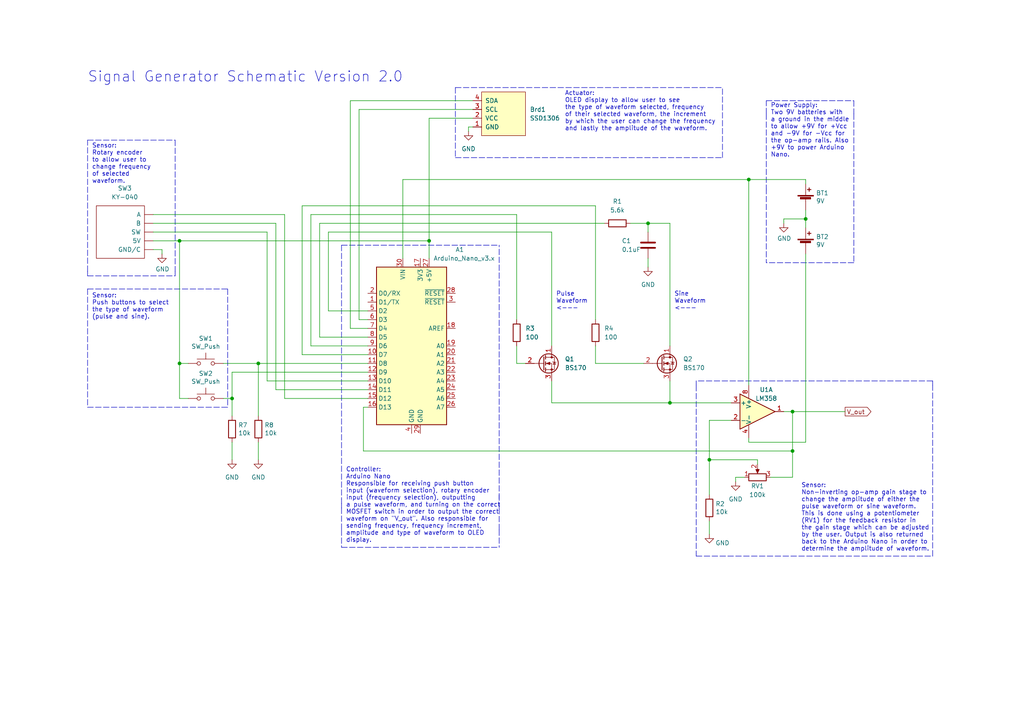
<source format=kicad_sch>
(kicad_sch (version 20210621) (generator eeschema)

  (uuid 6976b866-01b8-4ae9-acfd-c1eaa6b43379)

  (paper "A4")

  (title_block
    (rev "2")
  )

  (lib_symbols
    (symbol "Amplifier_Operational:LM358" (pin_names (offset 0.127)) (in_bom yes) (on_board yes)
      (property "Reference" "U" (id 0) (at 0 5.08 0)
        (effects (font (size 1.27 1.27)) (justify left))
      )
      (property "Value" "LM358" (id 1) (at 0 -5.08 0)
        (effects (font (size 1.27 1.27)) (justify left))
      )
      (property "Footprint" "" (id 2) (at 0 0 0)
        (effects (font (size 1.27 1.27)) hide)
      )
      (property "Datasheet" "http://www.ti.com/lit/ds/symlink/lm2904-n.pdf" (id 3) (at 0 0 0)
        (effects (font (size 1.27 1.27)) hide)
      )
      (property "ki_locked" "" (id 4) (at 0 0 0)
        (effects (font (size 1.27 1.27)))
      )
      (property "ki_keywords" "dual opamp" (id 5) (at 0 0 0)
        (effects (font (size 1.27 1.27)) hide)
      )
      (property "ki_description" "Low-Power, Dual Operational Amplifiers, DIP-8/SOIC-8/TO-99-8" (id 6) (at 0 0 0)
        (effects (font (size 1.27 1.27)) hide)
      )
      (property "ki_fp_filters" "SOIC*3.9x4.9mm*P1.27mm* DIP*W7.62mm* TO*99* OnSemi*Micro8* TSSOP*3x3mm*P0.65mm* TSSOP*4.4x3mm*P0.65mm* MSOP*3x3mm*P0.65mm* SSOP*3.9x4.9mm*P0.635mm* LFCSP*2x2mm*P0.5mm* *SIP* SOIC*5.3x6.2mm*P1.27mm*" (id 7) (at 0 0 0)
        (effects (font (size 1.27 1.27)) hide)
      )
      (symbol "LM358_1_1"
        (polyline
          (pts
            (xy -5.08 5.08)
            (xy 5.08 0)
            (xy -5.08 -5.08)
            (xy -5.08 5.08)
          )
          (stroke (width 0.254) (type default) (color 0 0 0 0))
          (fill (type background))
        )
        (pin output line (at 7.62 0 180) (length 2.54)
          (name "~" (effects (font (size 1.27 1.27))))
          (number "1" (effects (font (size 1.27 1.27))))
        )
        (pin input line (at -7.62 -2.54 0) (length 2.54)
          (name "-" (effects (font (size 1.27 1.27))))
          (number "2" (effects (font (size 1.27 1.27))))
        )
        (pin input line (at -7.62 2.54 0) (length 2.54)
          (name "+" (effects (font (size 1.27 1.27))))
          (number "3" (effects (font (size 1.27 1.27))))
        )
      )
      (symbol "LM358_2_1"
        (polyline
          (pts
            (xy -5.08 5.08)
            (xy 5.08 0)
            (xy -5.08 -5.08)
            (xy -5.08 5.08)
          )
          (stroke (width 0.254) (type default) (color 0 0 0 0))
          (fill (type background))
        )
        (pin input line (at -7.62 2.54 0) (length 2.54)
          (name "+" (effects (font (size 1.27 1.27))))
          (number "5" (effects (font (size 1.27 1.27))))
        )
        (pin input line (at -7.62 -2.54 0) (length 2.54)
          (name "-" (effects (font (size 1.27 1.27))))
          (number "6" (effects (font (size 1.27 1.27))))
        )
        (pin output line (at 7.62 0 180) (length 2.54)
          (name "~" (effects (font (size 1.27 1.27))))
          (number "7" (effects (font (size 1.27 1.27))))
        )
      )
      (symbol "LM358_3_1"
        (pin power_in line (at -2.54 -7.62 90) (length 3.81)
          (name "V-" (effects (font (size 1.27 1.27))))
          (number "4" (effects (font (size 1.27 1.27))))
        )
        (pin power_in line (at -2.54 7.62 270) (length 3.81)
          (name "V+" (effects (font (size 1.27 1.27))))
          (number "8" (effects (font (size 1.27 1.27))))
        )
      )
    )
    (symbol "Device:Battery_Cell" (pin_numbers hide) (pin_names (offset 0) hide) (in_bom yes) (on_board yes)
      (property "Reference" "BT" (id 0) (at 2.54 2.54 0)
        (effects (font (size 1.27 1.27)) (justify left))
      )
      (property "Value" "Battery_Cell" (id 1) (at 2.54 0 0)
        (effects (font (size 1.27 1.27)) (justify left))
      )
      (property "Footprint" "" (id 2) (at 0 1.524 90)
        (effects (font (size 1.27 1.27)) hide)
      )
      (property "Datasheet" "~" (id 3) (at 0 1.524 90)
        (effects (font (size 1.27 1.27)) hide)
      )
      (property "ki_keywords" "battery cell" (id 4) (at 0 0 0)
        (effects (font (size 1.27 1.27)) hide)
      )
      (property "ki_description" "Single-cell battery" (id 5) (at 0 0 0)
        (effects (font (size 1.27 1.27)) hide)
      )
      (symbol "Battery_Cell_0_1"
        (rectangle (start -2.286 1.778) (end 2.286 1.524)
          (stroke (width 0) (type default) (color 0 0 0 0))
          (fill (type outline))
        )
        (rectangle (start -1.5748 1.1938) (end 1.4732 0.6858)
          (stroke (width 0) (type default) (color 0 0 0 0))
          (fill (type outline))
        )
        (polyline
          (pts
            (xy 0 0.762)
            (xy 0 0)
          )
          (stroke (width 0) (type default) (color 0 0 0 0))
          (fill (type none))
        )
        (polyline
          (pts
            (xy 0 1.778)
            (xy 0 2.54)
          )
          (stroke (width 0) (type default) (color 0 0 0 0))
          (fill (type none))
        )
        (polyline
          (pts
            (xy 0.508 3.429)
            (xy 1.524 3.429)
          )
          (stroke (width 0.254) (type default) (color 0 0 0 0))
          (fill (type none))
        )
        (polyline
          (pts
            (xy 1.016 3.937)
            (xy 1.016 2.921)
          )
          (stroke (width 0.254) (type default) (color 0 0 0 0))
          (fill (type none))
        )
      )
      (symbol "Battery_Cell_1_1"
        (pin passive line (at 0 5.08 270) (length 2.54)
          (name "+" (effects (font (size 1.27 1.27))))
          (number "1" (effects (font (size 1.27 1.27))))
        )
        (pin passive line (at 0 -2.54 90) (length 2.54)
          (name "-" (effects (font (size 1.27 1.27))))
          (number "2" (effects (font (size 1.27 1.27))))
        )
      )
    )
    (symbol "Device:C" (pin_numbers hide) (pin_names (offset 0.254)) (in_bom yes) (on_board yes)
      (property "Reference" "C" (id 0) (at 0.635 2.54 0)
        (effects (font (size 1.27 1.27)) (justify left))
      )
      (property "Value" "C" (id 1) (at 0.635 -2.54 0)
        (effects (font (size 1.27 1.27)) (justify left))
      )
      (property "Footprint" "" (id 2) (at 0.9652 -3.81 0)
        (effects (font (size 1.27 1.27)) hide)
      )
      (property "Datasheet" "~" (id 3) (at 0 0 0)
        (effects (font (size 1.27 1.27)) hide)
      )
      (property "ki_keywords" "cap capacitor" (id 4) (at 0 0 0)
        (effects (font (size 1.27 1.27)) hide)
      )
      (property "ki_description" "Unpolarized capacitor" (id 5) (at 0 0 0)
        (effects (font (size 1.27 1.27)) hide)
      )
      (property "ki_fp_filters" "C_*" (id 6) (at 0 0 0)
        (effects (font (size 1.27 1.27)) hide)
      )
      (symbol "C_0_1"
        (polyline
          (pts
            (xy -2.032 -0.762)
            (xy 2.032 -0.762)
          )
          (stroke (width 0.508) (type default) (color 0 0 0 0))
          (fill (type none))
        )
        (polyline
          (pts
            (xy -2.032 0.762)
            (xy 2.032 0.762)
          )
          (stroke (width 0.508) (type default) (color 0 0 0 0))
          (fill (type none))
        )
      )
      (symbol "C_1_1"
        (pin passive line (at 0 3.81 270) (length 2.794)
          (name "~" (effects (font (size 1.27 1.27))))
          (number "1" (effects (font (size 1.27 1.27))))
        )
        (pin passive line (at 0 -3.81 90) (length 2.794)
          (name "~" (effects (font (size 1.27 1.27))))
          (number "2" (effects (font (size 1.27 1.27))))
        )
      )
    )
    (symbol "Device:R" (pin_numbers hide) (pin_names (offset 0)) (in_bom yes) (on_board yes)
      (property "Reference" "R" (id 0) (at 2.032 0 90)
        (effects (font (size 1.27 1.27)))
      )
      (property "Value" "R" (id 1) (at 0 0 90)
        (effects (font (size 1.27 1.27)))
      )
      (property "Footprint" "" (id 2) (at -1.778 0 90)
        (effects (font (size 1.27 1.27)) hide)
      )
      (property "Datasheet" "~" (id 3) (at 0 0 0)
        (effects (font (size 1.27 1.27)) hide)
      )
      (property "ki_keywords" "R res resistor" (id 4) (at 0 0 0)
        (effects (font (size 1.27 1.27)) hide)
      )
      (property "ki_description" "Resistor" (id 5) (at 0 0 0)
        (effects (font (size 1.27 1.27)) hide)
      )
      (property "ki_fp_filters" "R_*" (id 6) (at 0 0 0)
        (effects (font (size 1.27 1.27)) hide)
      )
      (symbol "R_0_1"
        (rectangle (start -1.016 -2.54) (end 1.016 2.54)
          (stroke (width 0.254) (type default) (color 0 0 0 0))
          (fill (type none))
        )
      )
      (symbol "R_1_1"
        (pin passive line (at 0 3.81 270) (length 1.27)
          (name "~" (effects (font (size 1.27 1.27))))
          (number "1" (effects (font (size 1.27 1.27))))
        )
        (pin passive line (at 0 -3.81 90) (length 1.27)
          (name "~" (effects (font (size 1.27 1.27))))
          (number "2" (effects (font (size 1.27 1.27))))
        )
      )
    )
    (symbol "Device:R_Potentiometer" (pin_names (offset 1.016) hide) (in_bom yes) (on_board yes)
      (property "Reference" "RV" (id 0) (at -4.445 0 90)
        (effects (font (size 1.27 1.27)))
      )
      (property "Value" "R_Potentiometer" (id 1) (at -2.54 0 90)
        (effects (font (size 1.27 1.27)))
      )
      (property "Footprint" "" (id 2) (at 0 0 0)
        (effects (font (size 1.27 1.27)) hide)
      )
      (property "Datasheet" "~" (id 3) (at 0 0 0)
        (effects (font (size 1.27 1.27)) hide)
      )
      (property "ki_keywords" "resistor variable" (id 4) (at 0 0 0)
        (effects (font (size 1.27 1.27)) hide)
      )
      (property "ki_description" "Potentiometer" (id 5) (at 0 0 0)
        (effects (font (size 1.27 1.27)) hide)
      )
      (property "ki_fp_filters" "Potentiometer*" (id 6) (at 0 0 0)
        (effects (font (size 1.27 1.27)) hide)
      )
      (symbol "R_Potentiometer_0_1"
        (polyline
          (pts
            (xy 2.54 0)
            (xy 1.524 0)
          )
          (stroke (width 0) (type default) (color 0 0 0 0))
          (fill (type none))
        )
        (polyline
          (pts
            (xy 1.143 0)
            (xy 2.286 0.508)
            (xy 2.286 -0.508)
            (xy 1.143 0)
          )
          (stroke (width 0) (type default) (color 0 0 0 0))
          (fill (type outline))
        )
        (rectangle (start 1.016 2.54) (end -1.016 -2.54)
          (stroke (width 0.254) (type default) (color 0 0 0 0))
          (fill (type none))
        )
      )
      (symbol "R_Potentiometer_1_1"
        (pin passive line (at 0 3.81 270) (length 1.27)
          (name "1" (effects (font (size 1.27 1.27))))
          (number "1" (effects (font (size 1.27 1.27))))
        )
        (pin passive line (at 3.81 0 180) (length 1.27)
          (name "2" (effects (font (size 1.27 1.27))))
          (number "2" (effects (font (size 1.27 1.27))))
        )
        (pin passive line (at 0 -3.81 90) (length 1.27)
          (name "3" (effects (font (size 1.27 1.27))))
          (number "3" (effects (font (size 1.27 1.27))))
        )
      )
    )
    (symbol "MCU_Module:Arduino_Nano_v3.x" (in_bom yes) (on_board yes)
      (property "Reference" "A" (id 0) (at -10.16 23.495 0)
        (effects (font (size 1.27 1.27)) (justify left bottom))
      )
      (property "Value" "Arduino_Nano_v3.x" (id 1) (at 5.08 -24.13 0)
        (effects (font (size 1.27 1.27)) (justify left top))
      )
      (property "Footprint" "Module:Arduino_Nano" (id 2) (at 0 0 0)
        (effects (font (size 1.27 1.27) italic) hide)
      )
      (property "Datasheet" "http://www.mouser.com/pdfdocs/Gravitech_Arduino_Nano3_0.pdf" (id 3) (at 0 0 0)
        (effects (font (size 1.27 1.27)) hide)
      )
      (property "ki_keywords" "Arduino nano microcontroller module USB" (id 4) (at 0 0 0)
        (effects (font (size 1.27 1.27)) hide)
      )
      (property "ki_description" "Arduino Nano v3.x" (id 5) (at 0 0 0)
        (effects (font (size 1.27 1.27)) hide)
      )
      (property "ki_fp_filters" "Arduino*Nano*" (id 6) (at 0 0 0)
        (effects (font (size 1.27 1.27)) hide)
      )
      (symbol "Arduino_Nano_v3.x_0_1"
        (rectangle (start -10.16 22.86) (end 10.16 -22.86)
          (stroke (width 0.254) (type default) (color 0 0 0 0))
          (fill (type background))
        )
      )
      (symbol "Arduino_Nano_v3.x_1_1"
        (pin bidirectional line (at -12.7 12.7 0) (length 2.54)
          (name "D1/TX" (effects (font (size 1.27 1.27))))
          (number "1" (effects (font (size 1.27 1.27))))
        )
        (pin bidirectional line (at -12.7 -2.54 0) (length 2.54)
          (name "D7" (effects (font (size 1.27 1.27))))
          (number "10" (effects (font (size 1.27 1.27))))
        )
        (pin bidirectional line (at -12.7 -5.08 0) (length 2.54)
          (name "D8" (effects (font (size 1.27 1.27))))
          (number "11" (effects (font (size 1.27 1.27))))
        )
        (pin bidirectional line (at -12.7 -7.62 0) (length 2.54)
          (name "D9" (effects (font (size 1.27 1.27))))
          (number "12" (effects (font (size 1.27 1.27))))
        )
        (pin bidirectional line (at -12.7 -10.16 0) (length 2.54)
          (name "D10" (effects (font (size 1.27 1.27))))
          (number "13" (effects (font (size 1.27 1.27))))
        )
        (pin bidirectional line (at -12.7 -12.7 0) (length 2.54)
          (name "D11" (effects (font (size 1.27 1.27))))
          (number "14" (effects (font (size 1.27 1.27))))
        )
        (pin bidirectional line (at -12.7 -15.24 0) (length 2.54)
          (name "D12" (effects (font (size 1.27 1.27))))
          (number "15" (effects (font (size 1.27 1.27))))
        )
        (pin bidirectional line (at -12.7 -17.78 0) (length 2.54)
          (name "D13" (effects (font (size 1.27 1.27))))
          (number "16" (effects (font (size 1.27 1.27))))
        )
        (pin power_out line (at 2.54 25.4 270) (length 2.54)
          (name "3V3" (effects (font (size 1.27 1.27))))
          (number "17" (effects (font (size 1.27 1.27))))
        )
        (pin input line (at 12.7 5.08 180) (length 2.54)
          (name "AREF" (effects (font (size 1.27 1.27))))
          (number "18" (effects (font (size 1.27 1.27))))
        )
        (pin bidirectional line (at 12.7 0 180) (length 2.54)
          (name "A0" (effects (font (size 1.27 1.27))))
          (number "19" (effects (font (size 1.27 1.27))))
        )
        (pin bidirectional line (at -12.7 15.24 0) (length 2.54)
          (name "D0/RX" (effects (font (size 1.27 1.27))))
          (number "2" (effects (font (size 1.27 1.27))))
        )
        (pin bidirectional line (at 12.7 -2.54 180) (length 2.54)
          (name "A1" (effects (font (size 1.27 1.27))))
          (number "20" (effects (font (size 1.27 1.27))))
        )
        (pin bidirectional line (at 12.7 -5.08 180) (length 2.54)
          (name "A2" (effects (font (size 1.27 1.27))))
          (number "21" (effects (font (size 1.27 1.27))))
        )
        (pin bidirectional line (at 12.7 -7.62 180) (length 2.54)
          (name "A3" (effects (font (size 1.27 1.27))))
          (number "22" (effects (font (size 1.27 1.27))))
        )
        (pin bidirectional line (at 12.7 -10.16 180) (length 2.54)
          (name "A4" (effects (font (size 1.27 1.27))))
          (number "23" (effects (font (size 1.27 1.27))))
        )
        (pin bidirectional line (at 12.7 -12.7 180) (length 2.54)
          (name "A5" (effects (font (size 1.27 1.27))))
          (number "24" (effects (font (size 1.27 1.27))))
        )
        (pin bidirectional line (at 12.7 -15.24 180) (length 2.54)
          (name "A6" (effects (font (size 1.27 1.27))))
          (number "25" (effects (font (size 1.27 1.27))))
        )
        (pin bidirectional line (at 12.7 -17.78 180) (length 2.54)
          (name "A7" (effects (font (size 1.27 1.27))))
          (number "26" (effects (font (size 1.27 1.27))))
        )
        (pin power_out line (at 5.08 25.4 270) (length 2.54)
          (name "+5V" (effects (font (size 1.27 1.27))))
          (number "27" (effects (font (size 1.27 1.27))))
        )
        (pin input line (at 12.7 15.24 180) (length 2.54)
          (name "~{RESET}" (effects (font (size 1.27 1.27))))
          (number "28" (effects (font (size 1.27 1.27))))
        )
        (pin power_in line (at 2.54 -25.4 90) (length 2.54)
          (name "GND" (effects (font (size 1.27 1.27))))
          (number "29" (effects (font (size 1.27 1.27))))
        )
        (pin input line (at 12.7 12.7 180) (length 2.54)
          (name "~{RESET}" (effects (font (size 1.27 1.27))))
          (number "3" (effects (font (size 1.27 1.27))))
        )
        (pin power_in line (at -2.54 25.4 270) (length 2.54)
          (name "VIN" (effects (font (size 1.27 1.27))))
          (number "30" (effects (font (size 1.27 1.27))))
        )
        (pin power_in line (at 0 -25.4 90) (length 2.54)
          (name "GND" (effects (font (size 1.27 1.27))))
          (number "4" (effects (font (size 1.27 1.27))))
        )
        (pin bidirectional line (at -12.7 10.16 0) (length 2.54)
          (name "D2" (effects (font (size 1.27 1.27))))
          (number "5" (effects (font (size 1.27 1.27))))
        )
        (pin bidirectional line (at -12.7 7.62 0) (length 2.54)
          (name "D3" (effects (font (size 1.27 1.27))))
          (number "6" (effects (font (size 1.27 1.27))))
        )
        (pin bidirectional line (at -12.7 5.08 0) (length 2.54)
          (name "D4" (effects (font (size 1.27 1.27))))
          (number "7" (effects (font (size 1.27 1.27))))
        )
        (pin bidirectional line (at -12.7 2.54 0) (length 2.54)
          (name "D5" (effects (font (size 1.27 1.27))))
          (number "8" (effects (font (size 1.27 1.27))))
        )
        (pin bidirectional line (at -12.7 0 0) (length 2.54)
          (name "D6" (effects (font (size 1.27 1.27))))
          (number "9" (effects (font (size 1.27 1.27))))
        )
      )
    )
    (symbol "SSD1306-128x64_OLED:SSD1306" (pin_names (offset 1.016)) (in_bom yes) (on_board yes)
      (property "Reference" "Brd" (id 0) (at 0 -3.81 0)
        (effects (font (size 1.27 1.27)))
      )
      (property "Value" "SSD1306" (id 1) (at 0 -1.27 0)
        (effects (font (size 1.27 1.27)))
      )
      (property "Footprint" "" (id 2) (at 0 6.35 0)
        (effects (font (size 1.27 1.27)) hide)
      )
      (property "Datasheet" "" (id 3) (at 0 6.35 0)
        (effects (font (size 1.27 1.27)) hide)
      )
      (property "ki_fp_filters" "SSD1306-128x64_OLED:SSD1306" (id 4) (at 0 0 0)
        (effects (font (size 1.27 1.27)) hide)
      )
      (symbol "SSD1306_0_1"
        (rectangle (start -6.35 6.35) (end 6.35 -6.35)
          (stroke (width 0) (type default) (color 0 0 0 0))
          (fill (type background))
        )
      )
      (symbol "SSD1306_1_1"
        (pin input line (at -3.81 8.89 270) (length 2.54)
          (name "GND" (effects (font (size 1.27 1.27))))
          (number "1" (effects (font (size 1.27 1.27))))
        )
        (pin input line (at -1.27 8.89 270) (length 2.54)
          (name "VCC" (effects (font (size 1.27 1.27))))
          (number "2" (effects (font (size 1.27 1.27))))
        )
        (pin input line (at 1.27 8.89 270) (length 2.54)
          (name "SCL" (effects (font (size 1.27 1.27))))
          (number "3" (effects (font (size 1.27 1.27))))
        )
        (pin input line (at 3.81 8.89 270) (length 2.54)
          (name "SDA" (effects (font (size 1.27 1.27))))
          (number "4" (effects (font (size 1.27 1.27))))
        )
      )
    )
    (symbol "Switch:SW_Push" (pin_numbers hide) (pin_names (offset 1.016) hide) (in_bom yes) (on_board yes)
      (property "Reference" "SW" (id 0) (at 1.27 2.54 0)
        (effects (font (size 1.27 1.27)) (justify left))
      )
      (property "Value" "SW_Push" (id 1) (at 0 -1.524 0)
        (effects (font (size 1.27 1.27)))
      )
      (property "Footprint" "" (id 2) (at 0 5.08 0)
        (effects (font (size 1.27 1.27)) hide)
      )
      (property "Datasheet" "~" (id 3) (at 0 5.08 0)
        (effects (font (size 1.27 1.27)) hide)
      )
      (property "ki_keywords" "switch normally-open pushbutton push-button" (id 4) (at 0 0 0)
        (effects (font (size 1.27 1.27)) hide)
      )
      (property "ki_description" "Push button switch, generic, two pins" (id 5) (at 0 0 0)
        (effects (font (size 1.27 1.27)) hide)
      )
      (symbol "SW_Push_0_1"
        (circle (center -2.032 0) (radius 0.508)           (stroke (width 0) (type default) (color 0 0 0 0))
          (fill (type none))
        )
        (polyline
          (pts
            (xy 0 1.27)
            (xy 0 3.048)
          )
          (stroke (width 0) (type default) (color 0 0 0 0))
          (fill (type none))
        )
        (polyline
          (pts
            (xy 2.54 1.27)
            (xy -2.54 1.27)
          )
          (stroke (width 0) (type default) (color 0 0 0 0))
          (fill (type none))
        )
        (circle (center 2.032 0) (radius 0.508)           (stroke (width 0) (type default) (color 0 0 0 0))
          (fill (type none))
        )
        (pin passive line (at -5.08 0 0) (length 2.54)
          (name "1" (effects (font (size 1.27 1.27))))
          (number "1" (effects (font (size 1.27 1.27))))
        )
        (pin passive line (at 5.08 0 180) (length 2.54)
          (name "2" (effects (font (size 1.27 1.27))))
          (number "2" (effects (font (size 1.27 1.27))))
        )
      )
    )
    (symbol "Transistor_FET:BS170" (pin_names hide) (in_bom yes) (on_board yes)
      (property "Reference" "Q" (id 0) (at 5.08 1.905 0)
        (effects (font (size 1.27 1.27)) (justify left))
      )
      (property "Value" "BS170" (id 1) (at 5.08 0 0)
        (effects (font (size 1.27 1.27)) (justify left))
      )
      (property "Footprint" "Package_TO_SOT_THT:TO-92_Inline" (id 2) (at 5.08 -1.905 0)
        (effects (font (size 1.27 1.27) italic) (justify left) hide)
      )
      (property "Datasheet" "https://www.onsemi.com/pub/Collateral/BS170-D.PDF" (id 3) (at 0 0 0)
        (effects (font (size 1.27 1.27)) (justify left) hide)
      )
      (property "ki_keywords" "N-Channel MOSFET" (id 4) (at 0 0 0)
        (effects (font (size 1.27 1.27)) hide)
      )
      (property "ki_description" "0.5A Id, 60V Vds, N-Channel MOSFET, TO-92" (id 5) (at 0 0 0)
        (effects (font (size 1.27 1.27)) hide)
      )
      (property "ki_fp_filters" "TO?92*" (id 6) (at 0 0 0)
        (effects (font (size 1.27 1.27)) hide)
      )
      (symbol "BS170_0_1"
        (polyline
          (pts
            (xy 0.254 0)
            (xy -2.54 0)
          )
          (stroke (width 0) (type default) (color 0 0 0 0))
          (fill (type none))
        )
        (polyline
          (pts
            (xy 0.254 1.905)
            (xy 0.254 -1.905)
          )
          (stroke (width 0.254) (type default) (color 0 0 0 0))
          (fill (type none))
        )
        (polyline
          (pts
            (xy 0.762 -1.27)
            (xy 0.762 -2.286)
          )
          (stroke (width 0.254) (type default) (color 0 0 0 0))
          (fill (type none))
        )
        (polyline
          (pts
            (xy 0.762 0.508)
            (xy 0.762 -0.508)
          )
          (stroke (width 0.254) (type default) (color 0 0 0 0))
          (fill (type none))
        )
        (polyline
          (pts
            (xy 0.762 2.286)
            (xy 0.762 1.27)
          )
          (stroke (width 0.254) (type default) (color 0 0 0 0))
          (fill (type none))
        )
        (polyline
          (pts
            (xy 2.54 2.54)
            (xy 2.54 1.778)
          )
          (stroke (width 0) (type default) (color 0 0 0 0))
          (fill (type none))
        )
        (polyline
          (pts
            (xy 2.54 -2.54)
            (xy 2.54 0)
            (xy 0.762 0)
          )
          (stroke (width 0) (type default) (color 0 0 0 0))
          (fill (type none))
        )
        (polyline
          (pts
            (xy 0.762 -1.778)
            (xy 3.302 -1.778)
            (xy 3.302 1.778)
            (xy 0.762 1.778)
          )
          (stroke (width 0) (type default) (color 0 0 0 0))
          (fill (type none))
        )
        (polyline
          (pts
            (xy 1.016 0)
            (xy 2.032 0.381)
            (xy 2.032 -0.381)
            (xy 1.016 0)
          )
          (stroke (width 0) (type default) (color 0 0 0 0))
          (fill (type outline))
        )
        (polyline
          (pts
            (xy 2.794 0.508)
            (xy 2.921 0.381)
            (xy 3.683 0.381)
            (xy 3.81 0.254)
          )
          (stroke (width 0) (type default) (color 0 0 0 0))
          (fill (type none))
        )
        (polyline
          (pts
            (xy 3.302 0.381)
            (xy 2.921 -0.254)
            (xy 3.683 -0.254)
            (xy 3.302 0.381)
          )
          (stroke (width 0) (type default) (color 0 0 0 0))
          (fill (type none))
        )
        (circle (center 1.651 0) (radius 2.794)           (stroke (width 0.254) (type default) (color 0 0 0 0))
          (fill (type none))
        )
        (circle (center 2.54 -1.778) (radius 0.254)           (stroke (width 0) (type default) (color 0 0 0 0))
          (fill (type outline))
        )
        (circle (center 2.54 1.778) (radius 0.254)           (stroke (width 0) (type default) (color 0 0 0 0))
          (fill (type outline))
        )
      )
      (symbol "BS170_1_1"
        (pin passive line (at 2.54 5.08 270) (length 2.54)
          (name "D" (effects (font (size 1.27 1.27))))
          (number "1" (effects (font (size 1.27 1.27))))
        )
        (pin input line (at -5.08 0 0) (length 2.54)
          (name "G" (effects (font (size 1.27 1.27))))
          (number "2" (effects (font (size 1.27 1.27))))
        )
        (pin passive line (at 2.54 -5.08 90) (length 2.54)
          (name "S" (effects (font (size 1.27 1.27))))
          (number "3" (effects (font (size 1.27 1.27))))
        )
      )
    )
    (symbol "YEUTTERG_Generic:KY-040" (pin_names (offset 1.016)) (in_bom yes) (on_board yes)
      (property "Reference" "SW" (id 0) (at 0 15.24 0)
        (effects (font (size 1.27 1.27)))
      )
      (property "Value" "KY-040" (id 1) (at 0 12.7 0)
        (effects (font (size 1.27 1.27)))
      )
      (property "Footprint" "" (id 2) (at 0 15.24 0)
        (effects (font (size 1.27 1.27)) hide)
      )
      (property "Datasheet" "" (id 3) (at 0 15.24 0)
        (effects (font (size 1.27 1.27)) hide)
      )
      (symbol "KY-040_0_1"
        (rectangle (start -7.62 -2.54) (end 7.62 11.43)
          (stroke (width 0) (type default) (color 0 0 0 0))
          (fill (type none))
        )
      )
      (symbol "KY-040_1_1"
        (pin power_in line (at -2.54 -5.08 90) (length 2.54)
          (name "5V" (effects (font (size 1.27 1.27))))
          (number "~" (effects (font (size 1.27 1.27))))
        )
        (pin output line (at 5.08 -5.08 90) (length 2.54)
          (name "A" (effects (font (size 1.27 1.27))))
          (number "~" (effects (font (size 1.27 1.27))))
        )
        (pin output line (at 2.54 -5.08 90) (length 2.54)
          (name "B" (effects (font (size 1.27 1.27))))
          (number "~" (effects (font (size 1.27 1.27))))
        )
        (pin output line (at -5.08 -5.08 90) (length 2.54)
          (name "GND/C" (effects (font (size 1.27 1.27))))
          (number "~" (effects (font (size 1.27 1.27))))
        )
        (pin input line (at 0 -5.08 90) (length 2.54)
          (name "SW" (effects (font (size 1.27 1.27))))
          (number "~" (effects (font (size 1.27 1.27))))
        )
      )
    )
    (symbol "power:GND" (power) (pin_names (offset 0)) (in_bom yes) (on_board yes)
      (property "Reference" "#PWR" (id 0) (at 0 -6.35 0)
        (effects (font (size 1.27 1.27)) hide)
      )
      (property "Value" "GND" (id 1) (at 0 -3.81 0)
        (effects (font (size 1.27 1.27)))
      )
      (property "Footprint" "" (id 2) (at 0 0 0)
        (effects (font (size 1.27 1.27)) hide)
      )
      (property "Datasheet" "" (id 3) (at 0 0 0)
        (effects (font (size 1.27 1.27)) hide)
      )
      (property "ki_keywords" "power-flag" (id 4) (at 0 0 0)
        (effects (font (size 1.27 1.27)) hide)
      )
      (property "ki_description" "Power symbol creates a global label with name \"GND\" , ground" (id 5) (at 0 0 0)
        (effects (font (size 1.27 1.27)) hide)
      )
      (symbol "GND_0_1"
        (polyline
          (pts
            (xy 0 0)
            (xy 0 -1.27)
            (xy 1.27 -1.27)
            (xy 0 -2.54)
            (xy -1.27 -1.27)
            (xy 0 -1.27)
          )
          (stroke (width 0) (type default) (color 0 0 0 0))
          (fill (type none))
        )
      )
      (symbol "GND_1_1"
        (pin power_in line (at 0 0 270) (length 0) hide
          (name "GND" (effects (font (size 1.27 1.27))))
          (number "1" (effects (font (size 1.27 1.27))))
        )
      )
    )
  )

  (junction (at 52.07 69.85) (diameter 0) (color 0 0 0 0))
  (junction (at 52.07 105.41) (diameter 0) (color 0 0 0 0))
  (junction (at 67.31 115.57) (diameter 0) (color 0 0 0 0))
  (junction (at 74.93 105.41) (diameter 0) (color 0 0 0 0))
  (junction (at 124.46 69.85) (diameter 0) (color 0 0 0 0))
  (junction (at 187.96 64.77) (diameter 0) (color 0 0 0 0))
  (junction (at 194.31 116.84) (diameter 0) (color 0 0 0 0))
  (junction (at 205.74 133.35) (diameter 0) (color 0 0 0 0))
  (junction (at 217.17 52.07) (diameter 0) (color 0 0 0 0))
  (junction (at 229.87 119.38) (diameter 0) (color 0 0 0 0))
  (junction (at 229.87 130.81) (diameter 0) (color 0 0 0 0))
  (junction (at 233.68 63.5) (diameter 0) (color 0 0 0 0))

  (wire (pts (xy 44.45 62.23) (xy 82.55 62.23))
    (stroke (width 0) (type default) (color 0 0 0 0))
    (uuid c9e16d57-dc1b-4501-881f-cc75ddf20c93)
  )
  (wire (pts (xy 44.45 64.77) (xy 80.01 64.77))
    (stroke (width 0) (type default) (color 0 0 0 0))
    (uuid 1f25fbb0-1003-4461-8c05-5e7e412fc22f)
  )
  (wire (pts (xy 44.45 67.31) (xy 77.47 67.31))
    (stroke (width 0) (type default) (color 0 0 0 0))
    (uuid 4e9c92f6-0b1d-4870-9670-5c319e92894c)
  )
  (wire (pts (xy 44.45 69.85) (xy 52.07 69.85))
    (stroke (width 0) (type default) (color 0 0 0 0))
    (uuid 99344fe2-8a23-45a2-ae4d-3ddc4c7a439b)
  )
  (wire (pts (xy 44.45 72.39) (xy 46.99 72.39))
    (stroke (width 0) (type default) (color 0 0 0 0))
    (uuid 8defa7b8-f790-4ae4-bf76-a45f1eb4ed51)
  )
  (wire (pts (xy 46.99 72.39) (xy 46.99 73.66))
    (stroke (width 0) (type default) (color 0 0 0 0))
    (uuid 8defa7b8-f790-4ae4-bf76-a45f1eb4ed51)
  )
  (wire (pts (xy 52.07 69.85) (xy 52.07 105.41))
    (stroke (width 0) (type default) (color 0 0 0 0))
    (uuid f9b8e795-5443-4492-b6f4-40cf2189fc8c)
  )
  (wire (pts (xy 52.07 69.85) (xy 124.46 69.85))
    (stroke (width 0) (type default) (color 0 0 0 0))
    (uuid 53db650d-8718-496a-9c48-42ffbe1072a7)
  )
  (wire (pts (xy 52.07 105.41) (xy 52.07 115.57))
    (stroke (width 0) (type default) (color 0 0 0 0))
    (uuid 1614eb3f-ea0f-43e3-bc21-96545754129a)
  )
  (wire (pts (xy 52.07 105.41) (xy 54.61 105.41))
    (stroke (width 0) (type default) (color 0 0 0 0))
    (uuid 35a93c5a-fb05-4175-ba94-153fea47cf11)
  )
  (wire (pts (xy 52.07 115.57) (xy 54.61 115.57))
    (stroke (width 0) (type default) (color 0 0 0 0))
    (uuid 64454ae3-df85-4352-ab79-5a3ea679805e)
  )
  (wire (pts (xy 64.77 105.41) (xy 74.93 105.41))
    (stroke (width 0) (type default) (color 0 0 0 0))
    (uuid 67123f8d-df5a-466d-8268-9d3281ca3628)
  )
  (wire (pts (xy 64.77 115.57) (xy 67.31 115.57))
    (stroke (width 0) (type default) (color 0 0 0 0))
    (uuid 5adfef86-0155-414b-a42c-198c7af5ffbf)
  )
  (wire (pts (xy 67.31 107.95) (xy 106.68 107.95))
    (stroke (width 0) (type default) (color 0 0 0 0))
    (uuid 655f9e30-2119-48b4-98ff-c324bbbab993)
  )
  (wire (pts (xy 67.31 115.57) (xy 67.31 107.95))
    (stroke (width 0) (type default) (color 0 0 0 0))
    (uuid b68fd577-81c9-44de-a940-a4d9b98257fb)
  )
  (wire (pts (xy 67.31 115.57) (xy 67.31 120.65))
    (stroke (width 0) (type default) (color 0 0 0 0))
    (uuid 5b3eded1-8679-4670-a455-479f551126ad)
  )
  (wire (pts (xy 67.31 128.27) (xy 67.31 133.35))
    (stroke (width 0) (type default) (color 0 0 0 0))
    (uuid 89a81137-a0bb-46ba-8da4-49982b59b36e)
  )
  (wire (pts (xy 74.93 105.41) (xy 74.93 120.65))
    (stroke (width 0) (type default) (color 0 0 0 0))
    (uuid 51d74681-d0ef-49cc-a7ed-fd689a45a106)
  )
  (wire (pts (xy 74.93 105.41) (xy 106.68 105.41))
    (stroke (width 0) (type default) (color 0 0 0 0))
    (uuid 67123f8d-df5a-466d-8268-9d3281ca3628)
  )
  (wire (pts (xy 74.93 128.27) (xy 74.93 133.35))
    (stroke (width 0) (type default) (color 0 0 0 0))
    (uuid 791b236b-b275-40c5-9ae7-ad62188e6f43)
  )
  (wire (pts (xy 77.47 67.31) (xy 77.47 110.49))
    (stroke (width 0) (type default) (color 0 0 0 0))
    (uuid 9077d75f-d0ac-4570-8ef5-086956ae88eb)
  )
  (wire (pts (xy 77.47 110.49) (xy 106.68 110.49))
    (stroke (width 0) (type default) (color 0 0 0 0))
    (uuid 9077d75f-d0ac-4570-8ef5-086956ae88eb)
  )
  (wire (pts (xy 80.01 64.77) (xy 80.01 113.03))
    (stroke (width 0) (type default) (color 0 0 0 0))
    (uuid f0f8d9fc-90c1-4b40-844a-0f50ce94b02a)
  )
  (wire (pts (xy 80.01 113.03) (xy 106.68 113.03))
    (stroke (width 0) (type default) (color 0 0 0 0))
    (uuid eeb5a7b0-a9bb-45dc-a7a7-5572c5c93559)
  )
  (wire (pts (xy 82.55 62.23) (xy 82.55 115.57))
    (stroke (width 0) (type default) (color 0 0 0 0))
    (uuid bf294a74-1b6c-47f8-88bc-929090c8dde2)
  )
  (wire (pts (xy 82.55 115.57) (xy 106.68 115.57))
    (stroke (width 0) (type default) (color 0 0 0 0))
    (uuid bf294a74-1b6c-47f8-88bc-929090c8dde2)
  )
  (wire (pts (xy 87.63 59.69) (xy 172.72 59.69))
    (stroke (width 0) (type default) (color 0 0 0 0))
    (uuid 18ce7d8c-1fa8-43fc-97fa-7cd6660b978f)
  )
  (wire (pts (xy 87.63 102.87) (xy 87.63 59.69))
    (stroke (width 0) (type default) (color 0 0 0 0))
    (uuid 18ce7d8c-1fa8-43fc-97fa-7cd6660b978f)
  )
  (wire (pts (xy 87.63 102.87) (xy 106.68 102.87))
    (stroke (width 0) (type default) (color 0 0 0 0))
    (uuid c2bf5309-9e3c-42c8-96a8-77027f3f9023)
  )
  (wire (pts (xy 90.17 62.23) (xy 149.86 62.23))
    (stroke (width 0) (type default) (color 0 0 0 0))
    (uuid 27b80dc5-10a3-4d38-8ba3-f01ef193d279)
  )
  (wire (pts (xy 90.17 100.33) (xy 90.17 62.23))
    (stroke (width 0) (type default) (color 0 0 0 0))
    (uuid 27b80dc5-10a3-4d38-8ba3-f01ef193d279)
  )
  (wire (pts (xy 90.17 100.33) (xy 106.68 100.33))
    (stroke (width 0) (type default) (color 0 0 0 0))
    (uuid 322c09f8-e7af-4b77-9467-68c3184aa62e)
  )
  (wire (pts (xy 92.71 64.77) (xy 92.71 97.79))
    (stroke (width 0) (type default) (color 0 0 0 0))
    (uuid 4d5c3cab-b810-486e-97ce-0e29e52fc120)
  )
  (wire (pts (xy 92.71 64.77) (xy 175.26 64.77))
    (stroke (width 0) (type default) (color 0 0 0 0))
    (uuid da31dc8d-eb64-4ce3-9096-07b9771b36bc)
  )
  (wire (pts (xy 92.71 97.79) (xy 106.68 97.79))
    (stroke (width 0) (type default) (color 0 0 0 0))
    (uuid 4d5c3cab-b810-486e-97ce-0e29e52fc120)
  )
  (wire (pts (xy 95.25 67.31) (xy 95.25 90.17))
    (stroke (width 0) (type default) (color 0 0 0 0))
    (uuid 899b65dd-615b-4e31-b852-a7c1c5639f84)
  )
  (wire (pts (xy 95.25 67.31) (xy 160.02 67.31))
    (stroke (width 0) (type default) (color 0 0 0 0))
    (uuid dd05bd69-c944-45a7-b06e-afc6d91f9c04)
  )
  (wire (pts (xy 95.25 90.17) (xy 106.68 90.17))
    (stroke (width 0) (type default) (color 0 0 0 0))
    (uuid ff701359-c5d7-4b25-9626-13e6b92d3f4d)
  )
  (wire (pts (xy 101.6 29.21) (xy 137.16 29.21))
    (stroke (width 0) (type default) (color 0 0 0 0))
    (uuid e2d46c88-9b9b-4dc4-be3f-26f8cb6c7bd7)
  )
  (wire (pts (xy 101.6 95.25) (xy 101.6 29.21))
    (stroke (width 0) (type default) (color 0 0 0 0))
    (uuid 320a18a9-94da-4645-aa6f-4ba00f37d292)
  )
  (wire (pts (xy 104.14 31.75) (xy 137.16 31.75))
    (stroke (width 0) (type default) (color 0 0 0 0))
    (uuid 560f3893-b163-46be-ab9f-eb3e767a1e58)
  )
  (wire (pts (xy 104.14 92.71) (xy 104.14 31.75))
    (stroke (width 0) (type default) (color 0 0 0 0))
    (uuid a59a6ff0-796f-49f5-84b0-5f6cbd6ed549)
  )
  (wire (pts (xy 105.41 118.11) (xy 105.41 130.81))
    (stroke (width 0) (type default) (color 0 0 0 0))
    (uuid 25efd8ba-89a2-41d9-9cb4-5d8573fed89b)
  )
  (wire (pts (xy 105.41 130.81) (xy 229.87 130.81))
    (stroke (width 0) (type default) (color 0 0 0 0))
    (uuid e0ad6536-1648-47a1-ab66-65b4aa401fdb)
  )
  (wire (pts (xy 106.68 92.71) (xy 104.14 92.71))
    (stroke (width 0) (type default) (color 0 0 0 0))
    (uuid a59a6ff0-796f-49f5-84b0-5f6cbd6ed549)
  )
  (wire (pts (xy 106.68 95.25) (xy 101.6 95.25))
    (stroke (width 0) (type default) (color 0 0 0 0))
    (uuid 320a18a9-94da-4645-aa6f-4ba00f37d292)
  )
  (wire (pts (xy 106.68 118.11) (xy 105.41 118.11))
    (stroke (width 0) (type default) (color 0 0 0 0))
    (uuid 25efd8ba-89a2-41d9-9cb4-5d8573fed89b)
  )
  (wire (pts (xy 116.84 52.07) (xy 116.84 74.93))
    (stroke (width 0) (type default) (color 0 0 0 0))
    (uuid f14cbbe0-8666-4da5-9f9a-89309a5c533a)
  )
  (wire (pts (xy 116.84 52.07) (xy 217.17 52.07))
    (stroke (width 0) (type default) (color 0 0 0 0))
    (uuid 969e8236-3e68-4b34-9068-3828d88ea129)
  )
  (wire (pts (xy 124.46 34.29) (xy 124.46 69.85))
    (stroke (width 0) (type default) (color 0 0 0 0))
    (uuid accedfbc-0845-444f-844a-bc97f08b9f09)
  )
  (wire (pts (xy 124.46 34.29) (xy 137.16 34.29))
    (stroke (width 0) (type default) (color 0 0 0 0))
    (uuid 7fa4786b-8d90-4290-aa54-7a6130f4f9d4)
  )
  (wire (pts (xy 124.46 74.93) (xy 124.46 69.85))
    (stroke (width 0) (type default) (color 0 0 0 0))
    (uuid 2adeab41-5d3c-4755-b22f-d1eee462a85a)
  )
  (wire (pts (xy 135.89 36.83) (xy 135.89 38.1))
    (stroke (width 0) (type default) (color 0 0 0 0))
    (uuid 04e54ac0-36ca-45e4-86ad-c58852480530)
  )
  (wire (pts (xy 137.16 36.83) (xy 135.89 36.83))
    (stroke (width 0) (type default) (color 0 0 0 0))
    (uuid 04e54ac0-36ca-45e4-86ad-c58852480530)
  )
  (wire (pts (xy 149.86 62.23) (xy 149.86 92.71))
    (stroke (width 0) (type default) (color 0 0 0 0))
    (uuid 27b80dc5-10a3-4d38-8ba3-f01ef193d279)
  )
  (wire (pts (xy 149.86 100.33) (xy 149.86 105.41))
    (stroke (width 0) (type default) (color 0 0 0 0))
    (uuid 27b80dc5-10a3-4d38-8ba3-f01ef193d279)
  )
  (wire (pts (xy 149.86 105.41) (xy 152.4 105.41))
    (stroke (width 0) (type default) (color 0 0 0 0))
    (uuid b9ece4b9-acad-4ee6-82f6-39d5c60b56db)
  )
  (wire (pts (xy 160.02 67.31) (xy 160.02 100.33))
    (stroke (width 0) (type default) (color 0 0 0 0))
    (uuid 9712c785-8c05-467c-8b33-a89a385df9e6)
  )
  (wire (pts (xy 160.02 110.49) (xy 160.02 116.84))
    (stroke (width 0) (type default) (color 0 0 0 0))
    (uuid 270fcca7-55eb-4eb6-a4d4-fa17d769e840)
  )
  (wire (pts (xy 160.02 116.84) (xy 194.31 116.84))
    (stroke (width 0) (type default) (color 0 0 0 0))
    (uuid 270fcca7-55eb-4eb6-a4d4-fa17d769e840)
  )
  (wire (pts (xy 172.72 59.69) (xy 172.72 92.71))
    (stroke (width 0) (type default) (color 0 0 0 0))
    (uuid 18ce7d8c-1fa8-43fc-97fa-7cd6660b978f)
  )
  (wire (pts (xy 172.72 100.33) (xy 172.72 105.41))
    (stroke (width 0) (type default) (color 0 0 0 0))
    (uuid 18ce7d8c-1fa8-43fc-97fa-7cd6660b978f)
  )
  (wire (pts (xy 172.72 105.41) (xy 186.69 105.41))
    (stroke (width 0) (type default) (color 0 0 0 0))
    (uuid 18ce7d8c-1fa8-43fc-97fa-7cd6660b978f)
  )
  (wire (pts (xy 182.88 64.77) (xy 187.96 64.77))
    (stroke (width 0) (type default) (color 0 0 0 0))
    (uuid 1127d323-32e3-4344-97a9-e052b3d6c18b)
  )
  (wire (pts (xy 187.96 64.77) (xy 187.96 67.31))
    (stroke (width 0) (type default) (color 0 0 0 0))
    (uuid 1127d323-32e3-4344-97a9-e052b3d6c18b)
  )
  (wire (pts (xy 187.96 64.77) (xy 194.31 64.77))
    (stroke (width 0) (type default) (color 0 0 0 0))
    (uuid b9ccaf74-d746-42f6-85ca-1083b3e7769c)
  )
  (wire (pts (xy 187.96 74.93) (xy 187.96 77.47))
    (stroke (width 0) (type default) (color 0 0 0 0))
    (uuid 547d6e46-802d-494a-a55a-9fe3d89b0fad)
  )
  (wire (pts (xy 194.31 64.77) (xy 194.31 100.33))
    (stroke (width 0) (type default) (color 0 0 0 0))
    (uuid abffa461-d6f7-4294-8835-56607f6749f3)
  )
  (wire (pts (xy 194.31 110.49) (xy 194.31 116.84))
    (stroke (width 0) (type default) (color 0 0 0 0))
    (uuid 2de9c027-4e6e-4f43-833c-9e7a36b9334a)
  )
  (wire (pts (xy 194.31 116.84) (xy 212.09 116.84))
    (stroke (width 0) (type default) (color 0 0 0 0))
    (uuid 270fcca7-55eb-4eb6-a4d4-fa17d769e840)
  )
  (wire (pts (xy 205.74 121.92) (xy 205.74 133.35))
    (stroke (width 0) (type default) (color 0 0 0 0))
    (uuid 425d4c04-f1bd-42f7-9216-6758ac2e3aca)
  )
  (wire (pts (xy 205.74 121.92) (xy 212.09 121.92))
    (stroke (width 0) (type default) (color 0 0 0 0))
    (uuid 9b85bd5c-ca65-4660-a302-4071549a3fd7)
  )
  (wire (pts (xy 205.74 133.35) (xy 205.74 143.51))
    (stroke (width 0) (type default) (color 0 0 0 0))
    (uuid 425d4c04-f1bd-42f7-9216-6758ac2e3aca)
  )
  (wire (pts (xy 205.74 133.35) (xy 219.71 133.35))
    (stroke (width 0) (type default) (color 0 0 0 0))
    (uuid 89591077-4a13-44bd-8220-960240d505c8)
  )
  (wire (pts (xy 205.74 151.13) (xy 205.74 154.94))
    (stroke (width 0) (type default) (color 0 0 0 0))
    (uuid f7efb444-45eb-42c7-88ce-39a005b40c92)
  )
  (wire (pts (xy 213.36 138.43) (xy 213.36 139.7))
    (stroke (width 0) (type default) (color 0 0 0 0))
    (uuid 9cea0921-4a36-46f0-a870-23cb8dcca94e)
  )
  (wire (pts (xy 215.9 138.43) (xy 213.36 138.43))
    (stroke (width 0) (type default) (color 0 0 0 0))
    (uuid 9cea0921-4a36-46f0-a870-23cb8dcca94e)
  )
  (wire (pts (xy 217.17 52.07) (xy 217.17 111.76))
    (stroke (width 0) (type default) (color 0 0 0 0))
    (uuid 6625b2b9-6dbd-4310-9169-a540b236fbba)
  )
  (wire (pts (xy 217.17 52.07) (xy 233.68 52.07))
    (stroke (width 0) (type default) (color 0 0 0 0))
    (uuid ad840ba8-9259-4443-8bc5-2f3bd0d89e93)
  )
  (wire (pts (xy 217.17 128.27) (xy 217.17 127))
    (stroke (width 0) (type default) (color 0 0 0 0))
    (uuid 19b8aefd-1981-4f5a-8aa2-5a3bf810fd53)
  )
  (wire (pts (xy 219.71 134.62) (xy 219.71 133.35))
    (stroke (width 0) (type default) (color 0 0 0 0))
    (uuid 40565b5b-df29-4851-954c-9a5545ac1618)
  )
  (wire (pts (xy 223.52 138.43) (xy 229.87 138.43))
    (stroke (width 0) (type default) (color 0 0 0 0))
    (uuid 45d21b14-4417-4afc-9be2-792166c98bad)
  )
  (wire (pts (xy 227.33 63.5) (xy 227.33 64.77))
    (stroke (width 0) (type default) (color 0 0 0 0))
    (uuid 7022d6fe-bdec-4e46-8b0f-761662f6b4cd)
  )
  (wire (pts (xy 227.33 119.38) (xy 229.87 119.38))
    (stroke (width 0) (type default) (color 0 0 0 0))
    (uuid 6a1841cb-c4cc-4af6-8a1a-f8df47889413)
  )
  (wire (pts (xy 229.87 119.38) (xy 229.87 130.81))
    (stroke (width 0) (type default) (color 0 0 0 0))
    (uuid fb06a2c5-0c05-4e31-b76a-4c601480917a)
  )
  (wire (pts (xy 229.87 119.38) (xy 245.11 119.38))
    (stroke (width 0) (type default) (color 0 0 0 0))
    (uuid 6a1841cb-c4cc-4af6-8a1a-f8df47889413)
  )
  (wire (pts (xy 229.87 130.81) (xy 229.87 138.43))
    (stroke (width 0) (type default) (color 0 0 0 0))
    (uuid fb06a2c5-0c05-4e31-b76a-4c601480917a)
  )
  (wire (pts (xy 233.68 52.07) (xy 233.68 53.34))
    (stroke (width 0) (type default) (color 0 0 0 0))
    (uuid 0aeac3f0-5b1e-4348-92ce-18be5daf5ad2)
  )
  (wire (pts (xy 233.68 60.96) (xy 233.68 63.5))
    (stroke (width 0) (type default) (color 0 0 0 0))
    (uuid fa34b43f-0dd5-4106-a523-d187fbbdb207)
  )
  (wire (pts (xy 233.68 63.5) (xy 227.33 63.5))
    (stroke (width 0) (type default) (color 0 0 0 0))
    (uuid 7a9ec786-a074-4175-89f0-2a00ed204a92)
  )
  (wire (pts (xy 233.68 66.04) (xy 233.68 63.5))
    (stroke (width 0) (type default) (color 0 0 0 0))
    (uuid 66ac0aa1-6ba5-4d86-b188-c5f7089de37b)
  )
  (wire (pts (xy 233.68 73.66) (xy 233.68 128.27))
    (stroke (width 0) (type default) (color 0 0 0 0))
    (uuid 1d1c1fe1-e9fe-49c2-9405-8955428e160a)
  )
  (wire (pts (xy 233.68 128.27) (xy 217.17 128.27))
    (stroke (width 0) (type default) (color 0 0 0 0))
    (uuid 19b8aefd-1981-4f5a-8aa2-5a3bf810fd53)
  )
  (polyline (pts (xy 25.4 40.64) (xy 50.8 40.64))
    (stroke (width 0) (type default) (color 0 0 0 0))
    (uuid 9c24122d-4f01-4612-9590-d21a1e9699ca)
  )
  (polyline (pts (xy 25.4 78.74) (xy 25.4 40.64))
    (stroke (width 0) (type default) (color 0 0 0 0))
    (uuid 9c24122d-4f01-4612-9590-d21a1e9699ca)
  )
  (polyline (pts (xy 25.4 78.74) (xy 25.4 80.01))
    (stroke (width 0) (type default) (color 0 0 0 0))
    (uuid 418a7177-00d7-479f-b6eb-19c973edc520)
  )
  (polyline (pts (xy 25.4 80.01) (xy 50.8 80.01))
    (stroke (width 0) (type default) (color 0 0 0 0))
    (uuid 418a7177-00d7-479f-b6eb-19c973edc520)
  )
  (polyline (pts (xy 25.4 83.82) (xy 25.4 118.11))
    (stroke (width 0) (type default) (color 0 0 0 0))
    (uuid 7c4a8b6c-5978-4a20-8e39-8a203a31c14b)
  )
  (polyline (pts (xy 25.4 83.82) (xy 66.04 83.82))
    (stroke (width 0) (type default) (color 0 0 0 0))
    (uuid 64def7b6-e23e-48b6-bdab-fc67a958aa4f)
  )
  (polyline (pts (xy 25.4 118.11) (xy 66.04 118.11))
    (stroke (width 0) (type default) (color 0 0 0 0))
    (uuid 62a307d7-2db4-4f77-93be-98931a008945)
  )
  (polyline (pts (xy 50.8 40.64) (xy 50.8 78.74))
    (stroke (width 0) (type default) (color 0 0 0 0))
    (uuid 9c24122d-4f01-4612-9590-d21a1e9699ca)
  )
  (polyline (pts (xy 50.8 78.74) (xy 50.8 80.01))
    (stroke (width 0) (type default) (color 0 0 0 0))
    (uuid 418a7177-00d7-479f-b6eb-19c973edc520)
  )
  (polyline (pts (xy 66.04 83.82) (xy 66.04 118.11))
    (stroke (width 0) (type default) (color 0 0 0 0))
    (uuid 6e35cd43-4b58-4bd8-83d0-7d62ecb5a68d)
  )
  (polyline (pts (xy 99.06 71.12) (xy 99.06 144.78))
    (stroke (width 0) (type default) (color 0 0 0 0))
    (uuid b4f6728d-388b-4240-bfd8-0da59fe240e5)
  )
  (polyline (pts (xy 99.06 71.12) (xy 144.78 71.12))
    (stroke (width 0) (type default) (color 0 0 0 0))
    (uuid b4f6728d-388b-4240-bfd8-0da59fe240e5)
  )
  (polyline (pts (xy 99.06 144.78) (xy 99.06 146.05))
    (stroke (width 0) (type default) (color 0 0 0 0))
    (uuid 890f5d02-c56a-4467-bf84-858f8fa4aca6)
  )
  (polyline (pts (xy 99.06 146.05) (xy 99.06 147.32))
    (stroke (width 0) (type default) (color 0 0 0 0))
    (uuid 939fd9d4-1723-4473-acc6-395675bd00d4)
  )
  (polyline (pts (xy 99.06 147.32) (xy 99.06 153.67))
    (stroke (width 0) (type default) (color 0 0 0 0))
    (uuid 66752658-9fef-4ba5-910c-b7277520b6f7)
  )
  (polyline (pts (xy 99.06 153.67) (xy 99.06 158.75))
    (stroke (width 0) (type default) (color 0 0 0 0))
    (uuid 9ca4b517-e7da-4fed-aff8-31010ab9b69b)
  )
  (polyline (pts (xy 99.06 158.75) (xy 144.78 158.75))
    (stroke (width 0) (type default) (color 0 0 0 0))
    (uuid 9ca4b517-e7da-4fed-aff8-31010ab9b69b)
  )
  (polyline (pts (xy 132.08 25.4) (xy 132.08 45.72))
    (stroke (width 0) (type default) (color 0 0 0 0))
    (uuid 540a16ab-564f-457a-b7dd-64cdc367a7ab)
  )
  (polyline (pts (xy 132.08 25.4) (xy 209.55 25.4))
    (stroke (width 0) (type default) (color 0 0 0 0))
    (uuid 540a16ab-564f-457a-b7dd-64cdc367a7ab)
  )
  (polyline (pts (xy 132.08 45.72) (xy 209.55 45.72))
    (stroke (width 0) (type default) (color 0 0 0 0))
    (uuid 540a16ab-564f-457a-b7dd-64cdc367a7ab)
  )
  (polyline (pts (xy 144.78 143.51) (xy 144.78 146.05))
    (stroke (width 0) (type default) (color 0 0 0 0))
    (uuid 890f5d02-c56a-4467-bf84-858f8fa4aca6)
  )
  (polyline (pts (xy 144.78 144.78) (xy 144.78 71.12))
    (stroke (width 0) (type default) (color 0 0 0 0))
    (uuid b4f6728d-388b-4240-bfd8-0da59fe240e5)
  )
  (polyline (pts (xy 144.78 147.32) (xy 144.78 146.05))
    (stroke (width 0) (type default) (color 0 0 0 0))
    (uuid 939fd9d4-1723-4473-acc6-395675bd00d4)
  )
  (polyline (pts (xy 144.78 153.67) (xy 144.78 147.32))
    (stroke (width 0) (type default) (color 0 0 0 0))
    (uuid 66752658-9fef-4ba5-910c-b7277520b6f7)
  )
  (polyline (pts (xy 144.78 153.67) (xy 144.78 158.75))
    (stroke (width 0) (type default) (color 0 0 0 0))
    (uuid 9ca4b517-e7da-4fed-aff8-31010ab9b69b)
  )
  (polyline (pts (xy 201.93 110.49) (xy 201.93 111.76))
    (stroke (width 0) (type default) (color 0 0 0 0))
    (uuid 28304bd5-9759-4309-84ea-adb012b09e8a)
  )
  (polyline (pts (xy 201.93 111.76) (xy 201.93 161.29))
    (stroke (width 0) (type default) (color 0 0 0 0))
    (uuid 85d6b1f5-da42-4149-8874-021dadb24238)
  )
  (polyline (pts (xy 201.93 161.29) (xy 270.51 161.29))
    (stroke (width 0) (type default) (color 0 0 0 0))
    (uuid 85d6b1f5-da42-4149-8874-021dadb24238)
  )
  (polyline (pts (xy 209.55 45.72) (xy 209.55 25.4))
    (stroke (width 0) (type default) (color 0 0 0 0))
    (uuid 540a16ab-564f-457a-b7dd-64cdc367a7ab)
  )
  (polyline (pts (xy 222.25 29.21) (xy 247.65 29.21))
    (stroke (width 0) (type default) (color 0 0 0 0))
    (uuid b18c879c-497b-40de-97f9-0086df52d9ee)
  )
  (polyline (pts (xy 222.25 33.02) (xy 222.25 29.21))
    (stroke (width 0) (type default) (color 0 0 0 0))
    (uuid b18c879c-497b-40de-97f9-0086df52d9ee)
  )
  (polyline (pts (xy 222.25 33.02) (xy 222.25 55.88))
    (stroke (width 0) (type default) (color 0 0 0 0))
    (uuid 8bf8a3ef-223f-4cef-8fe1-ced5c770e01e)
  )
  (polyline (pts (xy 222.25 54.61) (xy 222.25 76.2))
    (stroke (width 0) (type default) (color 0 0 0 0))
    (uuid 7919cdc1-f843-4796-b4d0-cbaf9ebc1508)
  )
  (polyline (pts (xy 247.65 29.21) (xy 247.65 33.02))
    (stroke (width 0) (type default) (color 0 0 0 0))
    (uuid b18c879c-497b-40de-97f9-0086df52d9ee)
  )
  (polyline (pts (xy 247.65 33.02) (xy 247.65 76.2))
    (stroke (width 0) (type default) (color 0 0 0 0))
    (uuid 7919cdc1-f843-4796-b4d0-cbaf9ebc1508)
  )
  (polyline (pts (xy 247.65 76.2) (xy 222.25 76.2))
    (stroke (width 0) (type default) (color 0 0 0 0))
    (uuid 7919cdc1-f843-4796-b4d0-cbaf9ebc1508)
  )
  (polyline (pts (xy 270.51 110.49) (xy 201.93 110.49))
    (stroke (width 0) (type default) (color 0 0 0 0))
    (uuid 28304bd5-9759-4309-84ea-adb012b09e8a)
  )
  (polyline (pts (xy 270.51 111.76) (xy 270.51 110.49))
    (stroke (width 0) (type default) (color 0 0 0 0))
    (uuid 28304bd5-9759-4309-84ea-adb012b09e8a)
  )
  (polyline (pts (xy 270.51 161.29) (xy 270.51 111.76))
    (stroke (width 0) (type default) (color 0 0 0 0))
    (uuid 85d6b1f5-da42-4149-8874-021dadb24238)
  )

  (text "Signal Generator Schematic Version 2.0" (at 25.4 24.13 0)
    (effects (font (size 2.9972 2.9972)) (justify left bottom))
    (uuid 725d2637-04a9-41ef-93bf-b708409a0f17)
  )
  (text "Sensor:\nRotary encoder\nto allow user to \nchange frequency\nof selected\nwaveform."
    (at 26.67 53.34 0)
    (effects (font (size 1.27 1.27)) (justify left bottom))
    (uuid 0ce24b42-1849-44c5-8160-ea8a1edb57e8)
  )
  (text "Sensor:\nPush buttons to select\nthe type of waveform\n(pulse and sine)."
    (at 26.67 92.71 0)
    (effects (font (size 1.27 1.27)) (justify left bottom))
    (uuid cb630f3d-4b4d-492d-b77d-4a25feb8b933)
  )
  (text "Controller:\nArduino Nano\nResponsible for receiving push button \ninput (waveform selection), rotary encoder\ninput (frequency selection), outputting\na pulse waveform, and turning on the correct\nMOSFET switch in order to output the correct\nwaveform on \"V_out\". Also responsible for\nsending frequency, frequency increment,\namplitude and type of waveform to OLED\ndisplay."
    (at 100.33 157.48 0)
    (effects (font (size 1.27 1.27)) (justify left bottom))
    (uuid 71dff5db-76d8-4e6f-9e83-03707183d09c)
  )
  (text "Pulse\nWaveform\n<---" (at 161.29 90.17 0)
    (effects (font (size 1.27 1.27)) (justify left bottom))
    (uuid aa5c71fb-428a-4617-a5cf-629793135bb9)
  )
  (text "Actuator:\nOLED display to allow user to see\nthe type of waveform selected, frequency\nof their selected waveform, the increment\nby which the user can change the frequency\nand lastly the amplitude of the waveform."
    (at 163.83 38.1 0)
    (effects (font (size 1.27 1.27)) (justify left bottom))
    (uuid 4db0d2a2-1663-4456-bc6f-4f35031e3f98)
  )
  (text "Sine\nWaveform\n<---" (at 195.58 90.17 0)
    (effects (font (size 1.27 1.27)) (justify left bottom))
    (uuid 1e71514d-2c82-458f-9f62-856fdb383f58)
  )
  (text "Power Supply:\nTwo 9V batteries with\na ground in the middle\nto allow +9V for +Vcc\nand -9V for -Vcc for\nthe op-amp rails. Also\n+9V to power Arduino\nNano."
    (at 223.52 45.72 0)
    (effects (font (size 1.27 1.27)) (justify left bottom))
    (uuid c6ff51f8-228a-4c7f-b9e0-68996db75726)
  )
  (text "Sensor:\nNon-inverting op-amp gain stage to\nchange the amplitude of either the \npulse waveform or sine waveform.\nThis is done using a potentiometer\n(RV1) for the feedback resistor in\nthe gain stage which can be adjusted\nby the user. Output is also returned\nback to the Arduino Nano in order to\ndetermine the amplitude of waveform."
    (at 232.41 160.02 0)
    (effects (font (size 1.27 1.27)) (justify left bottom))
    (uuid e01199c4-a724-4a17-9386-b84761452a80)
  )

  (global_label "V_out" (shape output) (at 245.11 119.38 0) (fields_autoplaced)
    (effects (font (size 1.27 1.27)) (justify left))
    (uuid e8e494d1-34a2-4b56-bda7-ce687cf9e81c)
    (property "Intersheet References" "${INTERSHEET_REFS}" (id 0) (at 252.5142 119.3006 0)
      (effects (font (size 1.27 1.27)) (justify left) hide)
    )
  )

  (symbol (lib_id "power:GND") (at 46.99 73.66 0) (unit 1)
    (in_bom yes) (on_board yes)
    (uuid 00000000-0000-0000-0000-00006182d601)
    (property "Reference" "#PWR010" (id 0) (at 46.99 80.01 0)
      (effects (font (size 1.27 1.27)) hide)
    )
    (property "Value" "GND" (id 1) (at 47.117 78.0542 0))
    (property "Footprint" "" (id 2) (at 46.99 73.66 0)
      (effects (font (size 1.27 1.27)) hide)
    )
    (property "Datasheet" "" (id 3) (at 46.99 73.66 0)
      (effects (font (size 1.27 1.27)) hide)
    )
    (pin "1" (uuid e5dc4a81-d201-4967-91c1-8cf35682c968))
  )

  (symbol (lib_id "power:GND") (at 67.31 133.35 0) (unit 1)
    (in_bom yes) (on_board yes) (fields_autoplaced)
    (uuid b7184cfe-7e67-40a2-98c9-7a413b100078)
    (property "Reference" "#PWR04" (id 0) (at 67.31 139.7 0)
      (effects (font (size 1.27 1.27)) hide)
    )
    (property "Value" "GND" (id 1) (at 67.31 138.43 0))
    (property "Footprint" "" (id 2) (at 67.31 133.35 0)
      (effects (font (size 1.27 1.27)) hide)
    )
    (property "Datasheet" "" (id 3) (at 67.31 133.35 0)
      (effects (font (size 1.27 1.27)) hide)
    )
    (pin "1" (uuid 5bc059e8-01a2-4d2d-b8b7-cf7832377da8))
  )

  (symbol (lib_id "power:GND") (at 74.93 133.35 0) (unit 1)
    (in_bom yes) (on_board yes) (fields_autoplaced)
    (uuid 94fa1c6d-9ed3-4e51-8d8c-ad2dacc32502)
    (property "Reference" "#PWR05" (id 0) (at 74.93 139.7 0)
      (effects (font (size 1.27 1.27)) hide)
    )
    (property "Value" "GND" (id 1) (at 74.93 138.43 0))
    (property "Footprint" "" (id 2) (at 74.93 133.35 0)
      (effects (font (size 1.27 1.27)) hide)
    )
    (property "Datasheet" "" (id 3) (at 74.93 133.35 0)
      (effects (font (size 1.27 1.27)) hide)
    )
    (pin "1" (uuid 1e0bcfd4-d55e-46fc-ab05-d9fbd0307c30))
  )

  (symbol (lib_id "power:GND") (at 135.89 38.1 0) (unit 1)
    (in_bom yes) (on_board yes) (fields_autoplaced)
    (uuid 5848d7d6-67e1-4949-b0a0-6b8329a87313)
    (property "Reference" "#PWR03" (id 0) (at 135.89 44.45 0)
      (effects (font (size 1.27 1.27)) hide)
    )
    (property "Value" "GND" (id 1) (at 135.89 43.18 0))
    (property "Footprint" "" (id 2) (at 135.89 38.1 0)
      (effects (font (size 1.27 1.27)) hide)
    )
    (property "Datasheet" "" (id 3) (at 135.89 38.1 0)
      (effects (font (size 1.27 1.27)) hide)
    )
    (pin "1" (uuid b16a5f1e-c315-4fd5-9515-06049cb5960a))
  )

  (symbol (lib_id "power:GND") (at 187.96 77.47 0) (unit 1)
    (in_bom yes) (on_board yes) (fields_autoplaced)
    (uuid 6f5c513e-d194-443b-bd57-9e5494839ca5)
    (property "Reference" "#PWR02" (id 0) (at 187.96 83.82 0)
      (effects (font (size 1.27 1.27)) hide)
    )
    (property "Value" "GND" (id 1) (at 187.96 82.55 0))
    (property "Footprint" "" (id 2) (at 187.96 77.47 0)
      (effects (font (size 1.27 1.27)) hide)
    )
    (property "Datasheet" "" (id 3) (at 187.96 77.47 0)
      (effects (font (size 1.27 1.27)) hide)
    )
    (pin "1" (uuid 740b732e-716a-424b-8106-27a77b999bb0))
  )

  (symbol (lib_id "power:GND") (at 205.74 154.94 0) (unit 1)
    (in_bom yes) (on_board yes)
    (uuid 00000000-0000-0000-0000-0000617a04e7)
    (property "Reference" "#PWR01" (id 0) (at 205.74 161.29 0)
      (effects (font (size 1.27 1.27)) hide)
    )
    (property "Value" "GND" (id 1) (at 209.55 157.48 0))
    (property "Footprint" "" (id 2) (at 205.74 154.94 0)
      (effects (font (size 1.27 1.27)) hide)
    )
    (property "Datasheet" "" (id 3) (at 205.74 154.94 0)
      (effects (font (size 1.27 1.27)) hide)
    )
    (pin "1" (uuid ae79a07b-ed35-47c0-93d7-65db40e3fb45))
  )

  (symbol (lib_id "power:GND") (at 213.36 139.7 0) (unit 1)
    (in_bom yes) (on_board yes) (fields_autoplaced)
    (uuid 34a0e188-8f45-463a-b010-406a01752b72)
    (property "Reference" "#PWR0101" (id 0) (at 213.36 146.05 0)
      (effects (font (size 1.27 1.27)) hide)
    )
    (property "Value" "GND" (id 1) (at 213.36 144.78 0))
    (property "Footprint" "" (id 2) (at 213.36 139.7 0)
      (effects (font (size 1.27 1.27)) hide)
    )
    (property "Datasheet" "" (id 3) (at 213.36 139.7 0)
      (effects (font (size 1.27 1.27)) hide)
    )
    (pin "1" (uuid 1956c46f-b8dc-4b63-9788-02eda23a5e6d))
  )

  (symbol (lib_id "power:GND") (at 227.33 64.77 0) (unit 1)
    (in_bom yes) (on_board yes)
    (uuid 00000000-0000-0000-0000-00006188d11d)
    (property "Reference" "#PWR014" (id 0) (at 227.33 71.12 0)
      (effects (font (size 1.27 1.27)) hide)
    )
    (property "Value" "GND" (id 1) (at 227.457 69.1642 0))
    (property "Footprint" "" (id 2) (at 227.33 64.77 0)
      (effects (font (size 1.27 1.27)) hide)
    )
    (property "Datasheet" "" (id 3) (at 227.33 64.77 0)
      (effects (font (size 1.27 1.27)) hide)
    )
    (pin "1" (uuid f45117e8-209a-407c-8788-138dd7717ec2))
  )

  (symbol (lib_id "Amplifier_Operational:LM358") (at 219.71 119.38 0) (unit 3)
    (in_bom yes) (on_board yes) (fields_autoplaced)
    (uuid 73f7cd59-35de-48a6-b1f2-0f7b870e013f)
    (property "Reference" "U1" (id 0) (at 218.44 118.1099 0)
      (effects (font (size 1.27 1.27)) (justify left) hide)
    )
    (property "Value" "LM358" (id 1) (at 218.44 119.3799 0)
      (effects (font (size 1.27 1.27)) (justify left) hide)
    )
    (property "Footprint" "Package_DIP:DIP-8_W7.62mm_LongPads" (id 2) (at 219.71 119.38 0)
      (effects (font (size 1.27 1.27)) hide)
    )
    (property "Datasheet" "http://www.ti.com/lit/ds/symlink/lm2904-n.pdf" (id 3) (at 219.71 119.38 0)
      (effects (font (size 1.27 1.27)) hide)
    )
    (pin "4" (uuid 26cdecfe-24ee-4192-908b-4e06130bb0a1))
    (pin "8" (uuid 24bf97e6-af8b-4366-b558-54e74faad534))
  )

  (symbol (lib_id "Device:R") (at 67.31 124.46 0) (unit 1)
    (in_bom yes) (on_board yes)
    (uuid 00000000-0000-0000-0000-00006180eb47)
    (property "Reference" "R7" (id 0) (at 69.088 123.2916 0)
      (effects (font (size 1.27 1.27)) (justify left))
    )
    (property "Value" "10k" (id 1) (at 69.088 125.603 0)
      (effects (font (size 1.27 1.27)) (justify left))
    )
    (property "Footprint" "Resistor_SMD:R_1206_3216Metric_Pad1.30x1.75mm_HandSolder" (id 2) (at 65.532 124.46 90)
      (effects (font (size 1.27 1.27)) hide)
    )
    (property "Datasheet" "~" (id 3) (at 67.31 124.46 0)
      (effects (font (size 1.27 1.27)) hide)
    )
    (pin "1" (uuid d452d172-97fa-4cc8-be34-444f5aaee36b))
    (pin "2" (uuid 48a5671a-47ab-4155-8d80-6002d606e5cf))
  )

  (symbol (lib_id "Device:R") (at 74.93 124.46 0) (unit 1)
    (in_bom yes) (on_board yes)
    (uuid 00000000-0000-0000-0000-00006180f138)
    (property "Reference" "R8" (id 0) (at 76.708 123.2916 0)
      (effects (font (size 1.27 1.27)) (justify left))
    )
    (property "Value" "10k" (id 1) (at 76.708 125.603 0)
      (effects (font (size 1.27 1.27)) (justify left))
    )
    (property "Footprint" "Resistor_SMD:R_1206_3216Metric_Pad1.30x1.75mm_HandSolder" (id 2) (at 73.152 124.46 90)
      (effects (font (size 1.27 1.27)) hide)
    )
    (property "Datasheet" "~" (id 3) (at 74.93 124.46 0)
      (effects (font (size 1.27 1.27)) hide)
    )
    (pin "1" (uuid 9ae56466-4087-46aa-8a58-f7731d4ab2dd))
    (pin "2" (uuid cd90547f-db34-4be2-a32e-9b020153facf))
  )

  (symbol (lib_id "Device:R") (at 149.86 96.52 0) (unit 1)
    (in_bom yes) (on_board yes) (fields_autoplaced)
    (uuid 7756ea77-1f75-457c-bbf5-2a1ce2bd8086)
    (property "Reference" "R3" (id 0) (at 152.4 95.2499 0)
      (effects (font (size 1.27 1.27)) (justify left))
    )
    (property "Value" "100" (id 1) (at 152.4 97.7899 0)
      (effects (font (size 1.27 1.27)) (justify left))
    )
    (property "Footprint" "Resistor_SMD:R_1206_3216Metric_Pad1.30x1.75mm_HandSolder" (id 2) (at 148.082 96.52 90)
      (effects (font (size 1.27 1.27)) hide)
    )
    (property "Datasheet" "~" (id 3) (at 149.86 96.52 0)
      (effects (font (size 1.27 1.27)) hide)
    )
    (pin "1" (uuid 24907b79-3e26-4186-9ff4-379017f2715c))
    (pin "2" (uuid 984751b2-cfb8-40ec-88a4-77a34a9a531b))
  )

  (symbol (lib_id "Device:R") (at 172.72 96.52 0) (unit 1)
    (in_bom yes) (on_board yes) (fields_autoplaced)
    (uuid e69801a9-ba37-4541-961a-c46e388a4e95)
    (property "Reference" "R4" (id 0) (at 175.26 95.2499 0)
      (effects (font (size 1.27 1.27)) (justify left))
    )
    (property "Value" "100" (id 1) (at 175.26 97.7899 0)
      (effects (font (size 1.27 1.27)) (justify left))
    )
    (property "Footprint" "Resistor_SMD:R_1206_3216Metric_Pad1.30x1.75mm_HandSolder" (id 2) (at 170.942 96.52 90)
      (effects (font (size 1.27 1.27)) hide)
    )
    (property "Datasheet" "~" (id 3) (at 172.72 96.52 0)
      (effects (font (size 1.27 1.27)) hide)
    )
    (pin "1" (uuid 0d266358-e179-4e39-9517-e19642fc6046))
    (pin "2" (uuid c655ef34-c2f4-455f-b0ef-a22d8a35e90c))
  )

  (symbol (lib_id "Device:R") (at 179.07 64.77 90) (unit 1)
    (in_bom yes) (on_board yes) (fields_autoplaced)
    (uuid 92cd1114-3a62-4ec8-8225-6b991d358136)
    (property "Reference" "R1" (id 0) (at 179.07 58.42 90))
    (property "Value" "5.6k" (id 1) (at 179.07 60.96 90))
    (property "Footprint" "Resistor_SMD:R_1206_3216Metric_Pad1.30x1.75mm_HandSolder" (id 2) (at 179.07 66.548 90)
      (effects (font (size 1.27 1.27)) hide)
    )
    (property "Datasheet" "~" (id 3) (at 179.07 64.77 0)
      (effects (font (size 1.27 1.27)) hide)
    )
    (pin "1" (uuid 2bdbb2bf-fabc-4a38-86f2-cc0dec6b512b))
    (pin "2" (uuid 09e3476e-a316-4ab2-9e33-ef2f1fe86ef0))
  )

  (symbol (lib_id "Device:R") (at 205.74 147.32 0) (unit 1)
    (in_bom yes) (on_board yes)
    (uuid 00000000-0000-0000-0000-00006179c350)
    (property "Reference" "R2" (id 0) (at 207.518 146.1516 0)
      (effects (font (size 1.27 1.27)) (justify left))
    )
    (property "Value" "10k" (id 1) (at 207.518 148.463 0)
      (effects (font (size 1.27 1.27)) (justify left))
    )
    (property "Footprint" "Resistor_SMD:R_1206_3216Metric_Pad1.30x1.75mm_HandSolder" (id 2) (at 203.962 147.32 90)
      (effects (font (size 1.27 1.27)) hide)
    )
    (property "Datasheet" "~" (id 3) (at 205.74 147.32 0)
      (effects (font (size 1.27 1.27)) hide)
    )
    (pin "1" (uuid d27ce964-c03e-4acf-b849-dfaece909abf))
    (pin "2" (uuid 666e25ab-bfcd-4ee8-bdab-0b938c01a4a8))
  )

  (symbol (lib_id "Device:C") (at 187.96 71.12 0) (unit 1)
    (in_bom yes) (on_board yes)
    (uuid 531b7731-6b6f-4de2-8bd4-c65c9b82043b)
    (property "Reference" "C1" (id 0) (at 180.34 69.8499 0)
      (effects (font (size 1.27 1.27)) (justify left))
    )
    (property "Value" "0.1uF" (id 1) (at 180.34 72.3899 0)
      (effects (font (size 1.27 1.27)) (justify left))
    )
    (property "Footprint" "Capacitor_SMD:C_1206_3216Metric_Pad1.33x1.80mm_HandSolder" (id 2) (at 188.9252 74.93 0)
      (effects (font (size 1.27 1.27)) hide)
    )
    (property "Datasheet" "~" (id 3) (at 187.96 71.12 0)
      (effects (font (size 1.27 1.27)) hide)
    )
    (pin "1" (uuid e29cd737-df59-4dec-ba39-3454aeca3306))
    (pin "2" (uuid 468a0821-b8c2-4a25-bc15-0b2ed6678010))
  )

  (symbol (lib_id "Device:Battery_Cell") (at 233.68 58.42 0) (unit 1)
    (in_bom yes) (on_board yes)
    (uuid 00000000-0000-0000-0000-000061872743)
    (property "Reference" "BT1" (id 0) (at 236.6772 55.9816 0)
      (effects (font (size 1.27 1.27)) (justify left))
    )
    (property "Value" "9V" (id 1) (at 236.6772 58.293 0)
      (effects (font (size 1.27 1.27)) (justify left))
    )
    (property "Footprint" "Connector_PinHeader_1.27mm:PinHeader_1x02_P1.27mm_Vertical" (id 2) (at 233.68 56.896 90)
      (effects (font (size 1.27 1.27)) hide)
    )
    (property "Datasheet" "~" (id 3) (at 233.68 56.896 90)
      (effects (font (size 1.27 1.27)) hide)
    )
    (pin "1" (uuid 8f12a119-32de-446c-97eb-7990ed6859ea))
    (pin "2" (uuid e2593e18-a1ad-41ab-9806-c74fd18055fe))
  )

  (symbol (lib_id "Device:Battery_Cell") (at 233.68 71.12 0) (unit 1)
    (in_bom yes) (on_board yes)
    (uuid 00000000-0000-0000-0000-0000618758b0)
    (property "Reference" "BT2" (id 0) (at 236.6772 68.6816 0)
      (effects (font (size 1.27 1.27)) (justify left))
    )
    (property "Value" "9V" (id 1) (at 236.6772 70.993 0)
      (effects (font (size 1.27 1.27)) (justify left))
    )
    (property "Footprint" "Connector_PinHeader_1.27mm:PinHeader_1x02_P1.27mm_Vertical" (id 2) (at 233.68 69.596 90)
      (effects (font (size 1.27 1.27)) hide)
    )
    (property "Datasheet" "~" (id 3) (at 233.68 69.596 90)
      (effects (font (size 1.27 1.27)) hide)
    )
    (pin "1" (uuid 3b4481c2-3328-41f0-861f-a2e71d50096a))
    (pin "2" (uuid 0e5c74f1-3707-4482-aebe-cceef0adf387))
  )

  (symbol (lib_id "Switch:SW_Push") (at 59.69 105.41 0) (unit 1)
    (in_bom yes) (on_board yes)
    (uuid 00000000-0000-0000-0000-0000617b38d0)
    (property "Reference" "SW1" (id 0) (at 59.69 98.171 0))
    (property "Value" "SW_Push" (id 1) (at 59.69 100.4824 0))
    (property "Footprint" "Button_Switch_SMD:SW_SPST_EVQP0" (id 2) (at 59.69 100.33 0)
      (effects (font (size 1.27 1.27)) hide)
    )
    (property "Datasheet" "~" (id 3) (at 59.69 100.33 0)
      (effects (font (size 1.27 1.27)) hide)
    )
    (pin "1" (uuid cf81f66a-cdb7-4d4f-af9f-ca8e51caef97))
    (pin "2" (uuid c6c19977-bae1-44c3-84bb-11495ca9eee7))
  )

  (symbol (lib_id "Switch:SW_Push") (at 59.69 115.57 0) (unit 1)
    (in_bom yes) (on_board yes)
    (uuid 00000000-0000-0000-0000-0000617b68c2)
    (property "Reference" "SW2" (id 0) (at 59.69 108.331 0))
    (property "Value" "SW_Push" (id 1) (at 59.69 110.6424 0))
    (property "Footprint" "Button_Switch_SMD:SW_SPST_EVQP0" (id 2) (at 59.69 110.49 0)
      (effects (font (size 1.27 1.27)) hide)
    )
    (property "Datasheet" "~" (id 3) (at 59.69 110.49 0)
      (effects (font (size 1.27 1.27)) hide)
    )
    (pin "1" (uuid f369a566-7234-4dd5-819c-a72008bb1502))
    (pin "2" (uuid 9670539d-27c2-4793-a526-bb82168ca588))
  )

  (symbol (lib_id "Device:R_Potentiometer") (at 219.71 138.43 90) (unit 1)
    (in_bom yes) (on_board yes)
    (uuid 80932967-f7fd-48fb-a2ea-f44b4cfd2dba)
    (property "Reference" "RV1" (id 0) (at 219.71 140.97 90))
    (property "Value" "100k" (id 1) (at 219.71 143.51 90))
    (property "Footprint" "Potentiometer_THT:Potentiometer_Piher_PC-16_Single_Vertical" (id 2) (at 219.71 138.43 0)
      (effects (font (size 1.27 1.27)) hide)
    )
    (property "Datasheet" "~" (id 3) (at 219.71 138.43 0)
      (effects (font (size 1.27 1.27)) hide)
    )
    (pin "1" (uuid 86430100-eebb-4a32-9692-fbb17aa1d6ef))
    (pin "2" (uuid 0f5b8eb4-8d36-4dc7-9c9a-3e92f3cebeef))
    (pin "3" (uuid 24418aee-2bb4-4f2c-a7ae-b6b91862437c))
  )

  (symbol (lib_id "Transistor_FET:BS170") (at 157.48 105.41 0) (unit 1)
    (in_bom yes) (on_board yes) (fields_autoplaced)
    (uuid c6889c32-1654-4622-83d4-a5cec0d72337)
    (property "Reference" "Q1" (id 0) (at 163.83 104.1399 0)
      (effects (font (size 1.27 1.27)) (justify left))
    )
    (property "Value" "BS170" (id 1) (at 163.83 106.6799 0)
      (effects (font (size 1.27 1.27)) (justify left))
    )
    (property "Footprint" "Package_TO_SOT_THT:TO-92_Inline" (id 2) (at 162.56 107.315 0)
      (effects (font (size 1.27 1.27) italic) (justify left) hide)
    )
    (property "Datasheet" "https://www.onsemi.com/pub/Collateral/BS170-D.PDF" (id 3) (at 157.48 105.41 0)
      (effects (font (size 1.27 1.27)) (justify left) hide)
    )
    (pin "1" (uuid dfe42897-af75-4b07-ac65-1f9deef2156b))
    (pin "2" (uuid 1dd3c20c-ab02-4fe8-9566-d0fd3f53b842))
    (pin "3" (uuid 1aa52927-6e70-4f5b-a388-7b5f56f91af6))
  )

  (symbol (lib_id "Transistor_FET:BS170") (at 191.77 105.41 0) (unit 1)
    (in_bom yes) (on_board yes)
    (uuid c46d27c4-1b22-4125-ae1b-113d3848d5ee)
    (property "Reference" "Q2" (id 0) (at 198.12 104.1399 0)
      (effects (font (size 1.27 1.27)) (justify left))
    )
    (property "Value" "BS170" (id 1) (at 198.12 106.6799 0)
      (effects (font (size 1.27 1.27)) (justify left))
    )
    (property "Footprint" "Package_TO_SOT_THT:TO-92_Inline" (id 2) (at 196.85 107.315 0)
      (effects (font (size 1.27 1.27) italic) (justify left) hide)
    )
    (property "Datasheet" "https://www.onsemi.com/pub/Collateral/BS170-D.PDF" (id 3) (at 191.77 105.41 0)
      (effects (font (size 1.27 1.27)) (justify left) hide)
    )
    (pin "1" (uuid 4bba098a-a350-4734-b1ef-2dd69de465fc))
    (pin "2" (uuid 818dd433-4987-4c62-8bdf-bd36e353bdf0))
    (pin "3" (uuid 254bca0d-3caf-4dc2-b928-58c9e865a801))
  )

  (symbol (lib_id "Amplifier_Operational:LM358") (at 219.71 119.38 0) (unit 1)
    (in_bom yes) (on_board yes)
    (uuid 561b2c27-1991-4ac4-ab25-31261eff99ae)
    (property "Reference" "U1" (id 0) (at 222.25 113.03 0))
    (property "Value" "LM358" (id 1) (at 222.25 115.57 0))
    (property "Footprint" "Package_DIP:DIP-8_W7.62mm_LongPads" (id 2) (at 219.71 119.38 0)
      (effects (font (size 1.27 1.27)) hide)
    )
    (property "Datasheet" "http://www.ti.com/lit/ds/symlink/lm2904-n.pdf" (id 3) (at 219.71 119.38 0)
      (effects (font (size 1.27 1.27)) hide)
    )
    (pin "1" (uuid 1dc1a021-c587-4f2a-a7ec-2a2c1a5dfa4b))
    (pin "2" (uuid c864a059-92cc-4d05-b8e1-529005e8bd75))
    (pin "3" (uuid dfadb55d-b84c-4924-bad1-6b3523ce7807))
  )

  (symbol (lib_id "SSD1306-128x64_OLED:SSD1306") (at 146.05 33.02 90) (unit 1)
    (in_bom yes) (on_board yes) (fields_autoplaced)
    (uuid 11bb05c7-117c-40f0-8417-d5cc3b70513c)
    (property "Reference" "Brd1" (id 0) (at 153.67 31.7499 90)
      (effects (font (size 1.27 1.27)) (justify right))
    )
    (property "Value" "SSD1306" (id 1) (at 153.67 34.2899 90)
      (effects (font (size 1.27 1.27)) (justify right))
    )
    (property "Footprint" "SSD1306:128x64OLED" (id 2) (at 139.7 33.02 0)
      (effects (font (size 1.27 1.27)) hide)
    )
    (property "Datasheet" "" (id 3) (at 139.7 33.02 0)
      (effects (font (size 1.27 1.27)) hide)
    )
    (pin "1" (uuid f8cf210b-f906-45f1-9820-e03ef0201469))
    (pin "2" (uuid 7124d0ed-1d1e-45b3-a1fe-23a08dfe3a4d))
    (pin "3" (uuid a471729d-5db3-4272-90b3-d0feb77b5073))
    (pin "4" (uuid e7f7b3bb-b1d5-4945-b549-e9783d2a5e8d))
  )

  (symbol (lib_id "YEUTTERG_Generic:KY-040") (at 39.37 67.31 90) (unit 1)
    (in_bom yes) (on_board yes) (fields_autoplaced)
    (uuid e81bca20-012a-4c3f-94d3-8c6f596909e1)
    (property "Reference" "SW3" (id 0) (at 36.195 54.61 90))
    (property "Value" "KY-040" (id 1) (at 36.195 57.15 90))
    (property "Footprint" "Connector_PinSocket_2.00mm:PinSocket_1x05_P2.00mm_Vertical" (id 2) (at 24.13 67.31 0)
      (effects (font (size 1.27 1.27)) hide)
    )
    (property "Datasheet" "" (id 3) (at 24.13 67.31 0)
      (effects (font (size 1.27 1.27)) hide)
    )
    (pin "~" (uuid 7e783c3c-028d-49e3-99e8-7b1a4093042c))
    (pin "~" (uuid 7e783c3c-028d-49e3-99e8-7b1a4093042c))
    (pin "~" (uuid 7e783c3c-028d-49e3-99e8-7b1a4093042c))
    (pin "~" (uuid 7e783c3c-028d-49e3-99e8-7b1a4093042c))
    (pin "~" (uuid 7e783c3c-028d-49e3-99e8-7b1a4093042c))
  )

  (symbol (lib_id "MCU_Module:Arduino_Nano_v3.x") (at 119.38 100.33 0) (unit 1)
    (in_bom yes) (on_board yes)
    (uuid 00000000-0000-0000-0000-0000617b842b)
    (property "Reference" "A1" (id 0) (at 133.35 72.39 0))
    (property "Value" "Arduino_Nano_v3.x" (id 1) (at 134.62 74.93 0))
    (property "Footprint" "Module:Arduino_Nano" (id 2) (at 119.38 100.33 0)
      (effects (font (size 1.27 1.27) italic) hide)
    )
    (property "Datasheet" "http://www.mouser.com/pdfdocs/Gravitech_Arduino_Nano3_0.pdf" (id 3) (at 119.38 100.33 0)
      (effects (font (size 1.27 1.27)) hide)
    )
    (pin "1" (uuid cf2bb5cb-33a4-40c3-bd28-e67121319cf3))
    (pin "10" (uuid 47d3123a-c345-4fe4-ae27-3e35ccc623cc))
    (pin "11" (uuid 8b32cb0a-6baa-489c-8539-d5ac2e343d99))
    (pin "12" (uuid f111d758-4939-4471-a347-cfe697c679c2))
    (pin "13" (uuid 92e70a8e-32f2-4f51-8b37-a4afe97c987a))
    (pin "14" (uuid 6c06c0c4-36ea-4195-b439-987b7bf612d6))
    (pin "15" (uuid 0d0a41ff-570c-4210-ba27-9486a41208b0))
    (pin "16" (uuid 31ca6367-731f-41aa-8022-09e896ea848e))
    (pin "17" (uuid 40e2c575-b485-4ff7-8113-acd396996ad6))
    (pin "18" (uuid c2c7d026-2082-483d-8ab0-ef6731a3a700))
    (pin "19" (uuid c6310c86-2aae-41e3-8e4b-c703a6e92356))
    (pin "2" (uuid 0d94df78-028c-4e7e-a400-e8df3e3bf4a1))
    (pin "20" (uuid 61b64d88-70dc-4e09-86b8-bba910fbcbca))
    (pin "21" (uuid cdec8ab3-3683-4bf8-8ac8-3bbf6390ab19))
    (pin "22" (uuid 3437208f-7c16-4e12-8edd-405ebca8b0a8))
    (pin "23" (uuid 3e0976a8-df9f-4950-8c49-f5af87b9fa2d))
    (pin "24" (uuid 142f6a40-4c8a-4aeb-816c-da4ac691029e))
    (pin "25" (uuid 415c630d-dc75-48b9-bee3-334bf5b039ad))
    (pin "26" (uuid 52935f8c-d8bc-4e6f-be8f-04037df0c90d))
    (pin "27" (uuid e39f806b-905c-4916-b288-264965cd13a0))
    (pin "28" (uuid fd0f023f-2a15-4506-a9f7-c4bc274133e1))
    (pin "29" (uuid 8db45bb2-3386-4777-a04f-3d818d13414a))
    (pin "3" (uuid 8f19df1f-6e0b-44bc-9cc1-71183f7b5cbf))
    (pin "30" (uuid 40f97744-f430-45eb-9a42-51444930ee63))
    (pin "4" (uuid 4af73132-06ee-4cc3-b044-232c1f51bb28))
    (pin "5" (uuid 723a50d4-22f5-459e-9a4d-4cf899678d22))
    (pin "6" (uuid 849ca533-5f0c-4bb8-be74-363a596c12ec))
    (pin "7" (uuid 9f3649b3-cf1e-488d-8bda-ac3b85666ee4))
    (pin "8" (uuid be021329-8f06-4471-9ad0-a0fe9ff1362c))
    (pin "9" (uuid e7635a12-5231-46ed-bfd7-3b79f21c84eb))
  )

  (sheet_instances
    (path "/" (page "1"))
  )

  (symbol_instances
    (path "/00000000-0000-0000-0000-0000617a04e7"
      (reference "#PWR01") (unit 1) (value "GND") (footprint "")
    )
    (path "/6f5c513e-d194-443b-bd57-9e5494839ca5"
      (reference "#PWR02") (unit 1) (value "GND") (footprint "")
    )
    (path "/5848d7d6-67e1-4949-b0a0-6b8329a87313"
      (reference "#PWR03") (unit 1) (value "GND") (footprint "")
    )
    (path "/b7184cfe-7e67-40a2-98c9-7a413b100078"
      (reference "#PWR04") (unit 1) (value "GND") (footprint "")
    )
    (path "/94fa1c6d-9ed3-4e51-8d8c-ad2dacc32502"
      (reference "#PWR05") (unit 1) (value "GND") (footprint "")
    )
    (path "/00000000-0000-0000-0000-00006182d601"
      (reference "#PWR010") (unit 1) (value "GND") (footprint "")
    )
    (path "/00000000-0000-0000-0000-00006188d11d"
      (reference "#PWR014") (unit 1) (value "GND") (footprint "")
    )
    (path "/34a0e188-8f45-463a-b010-406a01752b72"
      (reference "#PWR0101") (unit 1) (value "GND") (footprint "")
    )
    (path "/00000000-0000-0000-0000-0000617b842b"
      (reference "A1") (unit 1) (value "Arduino_Nano_v3.x") (footprint "Module:Arduino_Nano")
    )
    (path "/00000000-0000-0000-0000-000061872743"
      (reference "BT1") (unit 1) (value "9V") (footprint "Connector_PinHeader_1.27mm:PinHeader_1x02_P1.27mm_Vertical")
    )
    (path "/00000000-0000-0000-0000-0000618758b0"
      (reference "BT2") (unit 1) (value "9V") (footprint "Connector_PinHeader_1.27mm:PinHeader_1x02_P1.27mm_Vertical")
    )
    (path "/11bb05c7-117c-40f0-8417-d5cc3b70513c"
      (reference "Brd1") (unit 1) (value "SSD1306") (footprint "SSD1306:128x64OLED")
    )
    (path "/531b7731-6b6f-4de2-8bd4-c65c9b82043b"
      (reference "C1") (unit 1) (value "0.1uF") (footprint "Capacitor_SMD:C_1206_3216Metric_Pad1.33x1.80mm_HandSolder")
    )
    (path "/c6889c32-1654-4622-83d4-a5cec0d72337"
      (reference "Q1") (unit 1) (value "BS170") (footprint "Package_TO_SOT_THT:TO-92_Inline")
    )
    (path "/c46d27c4-1b22-4125-ae1b-113d3848d5ee"
      (reference "Q2") (unit 1) (value "BS170") (footprint "Package_TO_SOT_THT:TO-92_Inline")
    )
    (path "/92cd1114-3a62-4ec8-8225-6b991d358136"
      (reference "R1") (unit 1) (value "5.6k") (footprint "Resistor_SMD:R_1206_3216Metric_Pad1.30x1.75mm_HandSolder")
    )
    (path "/00000000-0000-0000-0000-00006179c350"
      (reference "R2") (unit 1) (value "10k") (footprint "Resistor_SMD:R_1206_3216Metric_Pad1.30x1.75mm_HandSolder")
    )
    (path "/7756ea77-1f75-457c-bbf5-2a1ce2bd8086"
      (reference "R3") (unit 1) (value "100") (footprint "Resistor_SMD:R_1206_3216Metric_Pad1.30x1.75mm_HandSolder")
    )
    (path "/e69801a9-ba37-4541-961a-c46e388a4e95"
      (reference "R4") (unit 1) (value "100") (footprint "Resistor_SMD:R_1206_3216Metric_Pad1.30x1.75mm_HandSolder")
    )
    (path "/00000000-0000-0000-0000-00006180eb47"
      (reference "R7") (unit 1) (value "10k") (footprint "Resistor_SMD:R_1206_3216Metric_Pad1.30x1.75mm_HandSolder")
    )
    (path "/00000000-0000-0000-0000-00006180f138"
      (reference "R8") (unit 1) (value "10k") (footprint "Resistor_SMD:R_1206_3216Metric_Pad1.30x1.75mm_HandSolder")
    )
    (path "/80932967-f7fd-48fb-a2ea-f44b4cfd2dba"
      (reference "RV1") (unit 1) (value "100k") (footprint "Potentiometer_THT:Potentiometer_Piher_PC-16_Single_Vertical")
    )
    (path "/00000000-0000-0000-0000-0000617b38d0"
      (reference "SW1") (unit 1) (value "SW_Push") (footprint "Button_Switch_SMD:SW_SPST_EVQP0")
    )
    (path "/00000000-0000-0000-0000-0000617b68c2"
      (reference "SW2") (unit 1) (value "SW_Push") (footprint "Button_Switch_SMD:SW_SPST_EVQP0")
    )
    (path "/e81bca20-012a-4c3f-94d3-8c6f596909e1"
      (reference "SW3") (unit 1) (value "KY-040") (footprint "Connector_PinSocket_2.00mm:PinSocket_1x05_P2.00mm_Vertical")
    )
    (path "/561b2c27-1991-4ac4-ab25-31261eff99ae"
      (reference "U1") (unit 1) (value "LM358") (footprint "Package_DIP:DIP-8_W7.62mm_LongPads")
    )
    (path "/73f7cd59-35de-48a6-b1f2-0f7b870e013f"
      (reference "U1") (unit 3) (value "LM358") (footprint "Package_DIP:DIP-8_W7.62mm_LongPads")
    )
  )
)

</source>
